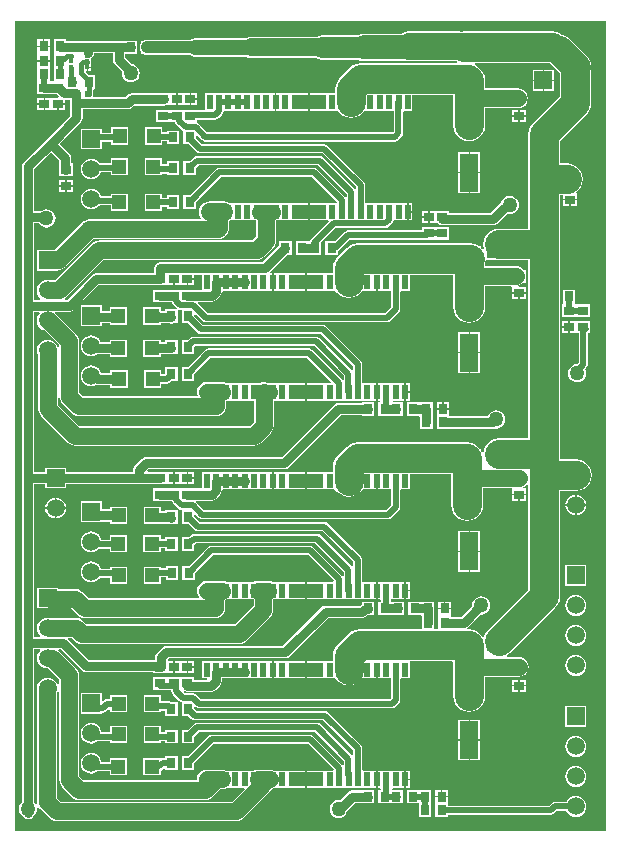
<source format=gtl>
G04*
G04 #@! TF.GenerationSoftware,Altium Limited,Altium Designer,20.2.4 (192)*
G04*
G04 Layer_Physical_Order=1*
G04 Layer_Color=255*
%FSLAX25Y25*%
%MOIN*%
G70*
G04*
G04 #@! TF.SameCoordinates,3D83C255-6E39-4F9F-9407-39FC17F4EAEB*
G04*
G04*
G04 #@! TF.FilePolarity,Positive*
G04*
G01*
G75*
%ADD13R,0.01968X0.04724*%
%ADD14R,0.11417X0.04724*%
%ADD15R,0.03150X0.03543*%
%ADD16R,0.03543X0.03150*%
%ADD17R,0.02362X0.01968*%
%ADD18R,0.01772X0.01181*%
%ADD19R,0.04724X0.04724*%
%ADD20R,0.04724X0.04724*%
%ADD21R,0.06299X0.12598*%
%ADD32C,0.02000*%
%ADD33C,0.09500*%
%ADD34C,0.05500*%
%ADD35C,0.03000*%
%ADD36C,0.01700*%
%ADD37C,0.05000*%
%ADD38C,0.06000*%
%ADD39C,0.09000*%
%ADD40C,0.08000*%
%ADD41C,0.07000*%
%ADD42C,0.04000*%
%ADD43C,0.05906*%
%ADD44R,0.05906X0.05906*%
%ADD45C,0.02362*%
%ADD46C,0.05000*%
G36*
X198587Y1413D02*
X1512Y1413D01*
Y271480D01*
X198587D01*
Y1413D01*
D02*
G37*
%LPC*%
G36*
X13230Y265165D02*
X11405D01*
Y263144D01*
X13230D01*
Y265165D01*
D02*
G37*
G36*
X10905D02*
X9081D01*
Y263144D01*
X10905D01*
Y265165D01*
D02*
G37*
G36*
X13230Y262644D02*
X11155D01*
X9081D01*
Y260772D01*
X9081Y260272D01*
X9081Y260122D01*
Y258250D01*
X11155D01*
X13230D01*
Y260122D01*
X13230Y260622D01*
X13230Y260772D01*
Y262644D01*
D02*
G37*
G36*
X27053Y255621D02*
X25917D01*
Y254781D01*
X27053D01*
Y255621D01*
D02*
G37*
G36*
X181165Y254953D02*
X177963D01*
Y251750D01*
X181165D01*
Y254953D01*
D02*
G37*
G36*
X177463D02*
X174260D01*
Y251750D01*
X177463D01*
Y254953D01*
D02*
G37*
G36*
X149559Y267937D02*
X133000D01*
X131695Y267765D01*
X130478Y267261D01*
X130189Y267039D01*
X118000D01*
X116825Y266884D01*
X115981Y266534D01*
X104000D01*
X102956Y266397D01*
X102070Y266030D01*
X80500D01*
X79586Y265910D01*
X78735Y265557D01*
X78694Y265526D01*
X61500D01*
X60717Y265423D01*
X59987Y265121D01*
X59894Y265049D01*
X45634D01*
X44658Y264855D01*
X44534Y264772D01*
X43559D01*
Y263895D01*
X43279Y263475D01*
X43085Y262500D01*
X43279Y261525D01*
X43559Y261105D01*
Y260228D01*
X44534D01*
X44658Y260145D01*
X45634Y259951D01*
X59894D01*
X59987Y259879D01*
X60717Y259577D01*
X61500Y259474D01*
X78694D01*
X78735Y259443D01*
X79586Y259090D01*
X80500Y258970D01*
X102070D01*
X102956Y258603D01*
X104000Y258466D01*
X115981D01*
X116825Y258116D01*
X118000Y257961D01*
X132160D01*
X133000Y257851D01*
X148788D01*
X148935Y257715D01*
X148739Y257215D01*
X116814D01*
X115443Y257034D01*
X114166Y256505D01*
X113069Y255664D01*
X109929Y252523D01*
X109087Y251427D01*
X108558Y250149D01*
X108378Y248779D01*
Y247169D01*
X106209D01*
X105890Y247169D01*
X105390Y247169D01*
X99750D01*
Y244307D01*
Y241445D01*
X105390D01*
X105709Y241445D01*
X106209Y241445D01*
X108858D01*
X108858Y241445D01*
X109321Y241355D01*
X109929Y240563D01*
X111026Y239721D01*
X112303Y239192D01*
X113673Y239012D01*
X115044Y239192D01*
X116321Y239721D01*
X117418Y240563D01*
X118003Y241326D01*
X118488Y241445D01*
Y241445D01*
X118488Y241445D01*
X121457D01*
Y241445D01*
X121638D01*
Y241445D01*
X122872D01*
Y244307D01*
X123372D01*
Y241445D01*
X124606D01*
Y241445D01*
X124787D01*
Y241445D01*
X127756D01*
X127876Y240995D01*
Y234482D01*
X127600Y234207D01*
X65680D01*
X62978Y236908D01*
X62482Y237240D01*
X62471Y237242D01*
X62272Y237669D01*
X62272Y237669D01*
X62272Y237669D01*
Y238471D01*
X68391D01*
X68977Y238587D01*
X69473Y238919D01*
X70644Y240090D01*
X70976Y240586D01*
X71062Y241020D01*
X71244Y241445D01*
X74213D01*
Y241445D01*
X74394D01*
Y241445D01*
X77362D01*
Y241445D01*
X77543D01*
Y241445D01*
X80193D01*
X80512Y241445D01*
X81012Y241445D01*
X83342D01*
X83661Y241445D01*
X84161Y241445D01*
X86492D01*
X86811Y241445D01*
X87311Y241445D01*
X88226D01*
Y244307D01*
Y247169D01*
X87311D01*
X86992Y247169D01*
X86492Y247169D01*
X84161D01*
X83842Y247169D01*
X83342Y247169D01*
X81012D01*
X80693Y247169D01*
X80193Y247169D01*
X77543D01*
Y247169D01*
X77362D01*
Y247169D01*
X74394D01*
Y247169D01*
X74213D01*
Y247169D01*
X71244D01*
Y247169D01*
X71063D01*
Y247169D01*
X68413D01*
X68094Y247169D01*
Y247169D01*
X67913D01*
Y247169D01*
X64945D01*
Y241529D01*
X62272D01*
Y241819D01*
X53228D01*
Y241819D01*
X48728D01*
Y237669D01*
X53272D01*
Y237669D01*
X54809D01*
X54859Y237419D01*
X55190Y236923D01*
X57368Y234745D01*
X57681Y234536D01*
Y230228D01*
X59668D01*
X62238Y227659D01*
X62734Y227327D01*
X63319Y227211D01*
X104091D01*
X115278Y216024D01*
Y215470D01*
X114778Y215319D01*
X114739Y215377D01*
X104231Y225885D01*
X103735Y226216D01*
X103150Y226332D01*
X62165D01*
X61580Y226216D01*
X61084Y225885D01*
X59865Y224665D01*
X57681D01*
Y220122D01*
X61831D01*
Y222306D01*
X62799Y223274D01*
X102516D01*
X112128Y213662D01*
Y212715D01*
X111628Y212563D01*
X111589Y212621D01*
X102262Y221948D01*
X101766Y222279D01*
X101181Y222395D01*
X69653D01*
X69068Y222279D01*
X68572Y221948D01*
X59865Y213240D01*
X57681D01*
Y208697D01*
X61831D01*
Y210880D01*
X70287Y219337D01*
X100548D01*
X108829Y211055D01*
X108622Y210555D01*
X106209D01*
X105890Y210555D01*
X105390Y210555D01*
X99750D01*
Y207693D01*
Y204831D01*
X105390D01*
X105951Y204831D01*
X106143Y204369D01*
X100281Y198507D01*
X99963Y198031D01*
X99500Y197941D01*
X99319Y197941D01*
Y197941D01*
X99000Y197941D01*
X95169D01*
Y193398D01*
X99319D01*
X99319Y193398D01*
X99500Y193398D01*
Y193398D01*
X99819Y193398D01*
X103650D01*
Y197550D01*
X108401Y202301D01*
X124994D01*
X125579Y202418D01*
X126075Y202749D01*
X127353Y204027D01*
X127638Y204454D01*
X127713Y204548D01*
X128035Y204831D01*
X128256Y204831D01*
X130587D01*
X130905Y204831D01*
X131405Y204831D01*
X132321D01*
Y207693D01*
Y210555D01*
X131405D01*
X131087Y210555D01*
X130587Y210555D01*
X128256D01*
X127937Y210555D01*
X127437Y210555D01*
X125106D01*
X124787Y210555D01*
Y210555D01*
X124606D01*
Y210555D01*
X123372D01*
Y207693D01*
X122872D01*
Y210555D01*
X121638D01*
Y210555D01*
X121457D01*
Y210555D01*
X118488D01*
X118336Y210992D01*
Y216657D01*
X118220Y217243D01*
X117888Y217739D01*
X105806Y229822D01*
X105310Y230153D01*
X104724Y230270D01*
X63952D01*
X61831Y232391D01*
Y233077D01*
X62293Y233268D01*
X63965Y231596D01*
X64461Y231264D01*
X65047Y231148D01*
X128234D01*
X128819Y231264D01*
X129315Y231596D01*
X130487Y232767D01*
X130818Y233263D01*
X130935Y233849D01*
Y241008D01*
X131087Y241445D01*
X134055D01*
Y246624D01*
X147705D01*
Y240469D01*
Y236500D01*
X147885Y235129D01*
X148414Y233852D01*
X149256Y232756D01*
X150352Y231914D01*
X151629Y231385D01*
X153000Y231205D01*
X154370Y231385D01*
X155648Y231914D01*
X156744Y232756D01*
X157586Y233852D01*
X158115Y235129D01*
X158295Y236500D01*
Y240469D01*
Y242301D01*
X169244D01*
X170092Y242412D01*
X170883Y242740D01*
X171376Y243118D01*
X171772D01*
Y243534D01*
X172083Y243940D01*
X172410Y244730D01*
X172522Y245579D01*
X172410Y246427D01*
X172083Y247218D01*
X171562Y247897D01*
X170883Y248418D01*
X170092Y248745D01*
X169244Y248857D01*
X158295D01*
Y251500D01*
X158115Y252870D01*
X157586Y254148D01*
X156744Y255244D01*
X156325Y255664D01*
X155228Y256505D01*
X154804Y256681D01*
X154903Y257181D01*
X155272D01*
Y257303D01*
X179622D01*
X183098Y253827D01*
Y246087D01*
X174256Y237244D01*
X173414Y236148D01*
X172885Y234871D01*
X172705Y233500D01*
Y202145D01*
X162875D01*
X161504Y201965D01*
X160227Y201436D01*
X159131Y200594D01*
X158289Y199498D01*
X157760Y198221D01*
X157580Y196850D01*
X157760Y195480D01*
X157317Y195242D01*
X156932Y195744D01*
X156819Y195831D01*
Y196272D01*
X156245D01*
X155835Y196586D01*
X154558Y197115D01*
X153188Y197295D01*
X115979D01*
X114608Y197115D01*
X113331Y196586D01*
X112234Y195744D01*
X109073Y192582D01*
X108231Y191486D01*
X107702Y190209D01*
X107522Y188838D01*
Y187163D01*
X105287D01*
X104969Y187163D01*
X104469Y187163D01*
X98829D01*
Y184301D01*
Y181439D01*
X104469D01*
X104787Y181439D01*
X105287Y181439D01*
X107937D01*
Y181439D01*
X108400Y181349D01*
X109008Y180557D01*
X110104Y179716D01*
X111381Y179186D01*
X112752Y179006D01*
X112817D01*
X114187Y179186D01*
X115465Y179716D01*
X116561Y180557D01*
X117127Y181294D01*
X117567Y181439D01*
X117567Y181439D01*
X120535D01*
Y181439D01*
X120717D01*
Y181439D01*
X121951D01*
Y184301D01*
X122451D01*
Y181439D01*
X123685D01*
Y181439D01*
X123866D01*
Y181439D01*
X126835D01*
X126955Y180989D01*
Y175968D01*
X124957Y173970D01*
X65810D01*
X62537Y177243D01*
X62729Y177705D01*
X67125D01*
X67906Y177860D01*
X68568Y178302D01*
X69934Y179669D01*
X70376Y180330D01*
X70531Y181111D01*
X70868Y181439D01*
X73291D01*
Y181439D01*
X73472D01*
Y181439D01*
X76441D01*
Y181439D01*
X76622D01*
Y181439D01*
X79272D01*
X79590Y181439D01*
Y181439D01*
X79772D01*
Y181439D01*
X82740D01*
Y181439D01*
X82921D01*
Y181439D01*
X85571D01*
X85890Y181439D01*
X86390Y181439D01*
X87305D01*
Y184301D01*
Y187163D01*
X86817D01*
X86610Y187663D01*
X92344Y193398D01*
X93807D01*
Y197941D01*
X89657D01*
Y196478D01*
X84075Y190895D01*
X50000D01*
X49220Y190740D01*
X48558Y190298D01*
X48116Y189637D01*
X47961Y188856D01*
Y187331D01*
X47728D01*
Y187295D01*
X28563D01*
X27783Y187140D01*
X27121Y186698D01*
X18915Y178492D01*
X18362D01*
X18192Y178992D01*
X18541Y179260D01*
X30885Y191604D01*
X82105D01*
X82529Y191660D01*
X82953Y191716D01*
X83744Y192043D01*
X84423Y192564D01*
X87645Y195786D01*
X88166Y196465D01*
X88493Y197255D01*
X88605Y198104D01*
Y204831D01*
X89642D01*
X89961Y204831D01*
Y204831D01*
X90142D01*
Y204831D01*
X92791D01*
X93110Y204831D01*
X93610Y204831D01*
X99250D01*
Y207693D01*
Y210555D01*
X93610D01*
X93291Y210555D01*
X92791Y210555D01*
X90142D01*
X90142Y210555D01*
X89961D01*
Y210555D01*
X89642Y210555D01*
X88429D01*
X88283Y210616D01*
X87500Y210719D01*
X83012D01*
X82229Y210616D01*
X82082Y210555D01*
X81012D01*
X80693Y210555D01*
Y210555D01*
X80512D01*
Y210555D01*
X77862D01*
X77543Y210555D01*
X77043Y210555D01*
X74394D01*
X74394Y210555D01*
X74213D01*
Y210555D01*
X73894Y210555D01*
X73413D01*
X73159Y210750D01*
X72307Y211103D01*
X71394Y211223D01*
X66429D01*
X65515Y211103D01*
X64664Y210750D01*
X63933Y210189D01*
X63372Y209458D01*
X63019Y208607D01*
X62899Y207693D01*
X63019Y206779D01*
X63372Y205928D01*
X63551Y205695D01*
X63329Y205246D01*
X26378D01*
X25954Y205191D01*
X25530Y205135D01*
X24739Y204807D01*
X24060Y204286D01*
X14754Y194981D01*
X13415D01*
X13202Y194953D01*
X8973D01*
Y188047D01*
X15878D01*
Y188425D01*
X16112D01*
X16536Y188481D01*
X16961Y188536D01*
X17751Y188864D01*
X18430Y189385D01*
X27736Y198690D01*
X69332D01*
X69756Y198746D01*
X70181Y198802D01*
X70971Y199130D01*
X71650Y199651D01*
X71897Y199897D01*
X72418Y200576D01*
X72745Y201367D01*
X72801Y201791D01*
X72857Y202215D01*
Y204511D01*
X73159Y204636D01*
X73413Y204831D01*
X73894D01*
X74213Y204831D01*
Y204831D01*
X74394D01*
X74394Y204831D01*
X77043D01*
X77362Y204831D01*
X77862Y204831D01*
X80512D01*
X80512Y204831D01*
X80693D01*
Y204831D01*
X81012Y204831D01*
X82049D01*
Y199461D01*
X80747Y198160D01*
X29528D01*
X29103Y198104D01*
X28679Y198048D01*
X27889Y197721D01*
X27210Y197200D01*
X14865Y184856D01*
X13347D01*
X13327Y184864D01*
X12425Y184983D01*
X11524Y184864D01*
X10684Y184516D01*
X9963Y183963D01*
X9409Y183241D01*
X9061Y182401D01*
X8943Y181500D01*
X9061Y180599D01*
X9409Y179759D01*
X9963Y179037D01*
X10069Y178956D01*
X10006Y178487D01*
X9950Y178417D01*
X7945D01*
Y203855D01*
X9571D01*
X9942Y203372D01*
X10569Y202891D01*
X11299Y202589D01*
X12082Y202486D01*
X12865Y202589D01*
X13595Y202891D01*
X14221Y203372D01*
X14702Y203999D01*
X15004Y204729D01*
X15108Y205512D01*
X15004Y206295D01*
X14702Y207025D01*
X14221Y207651D01*
X13595Y208132D01*
X12865Y208435D01*
X12082Y208538D01*
X11299Y208435D01*
X10569Y208132D01*
X10310Y207934D01*
X7945D01*
Y221990D01*
X13535Y227581D01*
X16189Y224927D01*
Y221831D01*
X16228Y221634D01*
Y219681D01*
X20772D01*
Y223831D01*
X20267D01*
Y225772D01*
X20112Y226552D01*
X19670Y227214D01*
X16419Y230465D01*
X23489Y237534D01*
X23931Y238196D01*
X24086Y238976D01*
Y241977D01*
X39285D01*
X40066Y242132D01*
X40727Y242574D01*
X41295Y243142D01*
X51272D01*
X51469Y243181D01*
X53272D01*
Y243181D01*
X55250D01*
Y245256D01*
Y247331D01*
X53228D01*
Y247331D01*
X48728D01*
Y247220D01*
X40451D01*
X39670Y247065D01*
X39009Y246623D01*
X38441Y246055D01*
X27650D01*
Y248484D01*
X28049Y248728D01*
X28331D01*
Y253272D01*
X26128D01*
X25118Y254281D01*
X25326Y254781D01*
X25417D01*
Y255871D01*
X25667D01*
Y256121D01*
X27053D01*
Y258950D01*
X27426Y259199D01*
X27868Y259861D01*
X28019Y260619D01*
X34181D01*
Y258415D01*
X34337Y257635D01*
X34779Y256973D01*
X37211Y254541D01*
X37132Y253937D01*
X37235Y253154D01*
X37537Y252424D01*
X38018Y251797D01*
X38644Y251316D01*
X39374Y251014D01*
X40157Y250911D01*
X40941Y251014D01*
X41670Y251316D01*
X42297Y251797D01*
X42778Y252424D01*
X43080Y253154D01*
X43183Y253937D01*
X43080Y254720D01*
X42778Y255450D01*
X42297Y256077D01*
X41670Y256557D01*
X40941Y256860D01*
X40617Y256902D01*
X38260Y259260D01*
Y260228D01*
X42197D01*
Y264772D01*
X38047D01*
Y264698D01*
X18742D01*
Y265165D01*
X14592D01*
Y260772D01*
X14592Y260622D01*
X14592D01*
Y260272D01*
X14592D01*
Y255728D01*
Y251228D01*
X14103Y251202D01*
X13719D01*
X13230Y251228D01*
Y255728D01*
Y257750D01*
X11155D01*
X9081D01*
Y255728D01*
Y251228D01*
X9081D01*
Y251202D01*
X9081D01*
Y249850D01*
X9051Y249702D01*
X9081Y249554D01*
Y247053D01*
X15240D01*
X16102Y246190D01*
X15895Y245690D01*
X11602D01*
Y243616D01*
Y241541D01*
X15602D01*
Y243616D01*
X15852D01*
Y243866D01*
X18124D01*
Y245151D01*
X20008D01*
Y239821D01*
X12094Y231907D01*
X4464Y224277D01*
X4022Y223615D01*
X3866Y222835D01*
Y207087D01*
Y205894D01*
Y176378D01*
X3992Y175745D01*
Y118898D01*
Y63953D01*
Y10975D01*
X3766Y10801D01*
X3285Y10174D01*
X2983Y9445D01*
X2880Y8661D01*
X2983Y7878D01*
X3285Y7148D01*
X3766Y6522D01*
X4393Y6041D01*
X4543Y5979D01*
X4590Y5909D01*
X5251Y5466D01*
X6032Y5311D01*
X6812Y5466D01*
X7473Y5909D01*
X7713Y6267D01*
X8045Y6522D01*
X8526Y7148D01*
X8828Y7878D01*
X8931Y8661D01*
X8828Y9445D01*
X8526Y10174D01*
X8071Y10768D01*
Y61914D01*
X9810D01*
X9837Y61833D01*
X9925Y61414D01*
X9409Y60741D01*
X9061Y59901D01*
X8943Y59000D01*
X9061Y58099D01*
X9409Y57259D01*
X9963Y56537D01*
X10684Y55984D01*
X11524Y55636D01*
X12425Y55518D01*
X12701Y55554D01*
X16407Y51847D01*
Y18182D01*
X16463Y17758D01*
X16519Y17334D01*
X16846Y16543D01*
X17367Y15865D01*
X20589Y12643D01*
X21268Y12122D01*
X22058Y11794D01*
X22907Y11683D01*
X65080D01*
X65504Y11738D01*
X65929Y11794D01*
X66719Y12122D01*
X67398Y12643D01*
X69401Y14645D01*
X69872Y15260D01*
X70500D01*
X71348Y15371D01*
X72083Y15676D01*
X72972D01*
X73291Y15676D01*
Y15676D01*
X73472D01*
Y15676D01*
X76122D01*
X76441Y15676D01*
X76941Y15676D01*
X77898D01*
X78089Y15214D01*
X74027Y11152D01*
X16784D01*
X15483Y12454D01*
Y47359D01*
X15789Y48099D01*
X15908Y49000D01*
X15789Y49901D01*
X15441Y50741D01*
X14888Y51463D01*
X14166Y52016D01*
X13327Y52364D01*
X12425Y52482D01*
X11524Y52364D01*
X10684Y52016D01*
X9963Y51463D01*
X9409Y50741D01*
X9061Y49901D01*
X8943Y49000D01*
X8956Y48896D01*
X8927Y48670D01*
Y11096D01*
X8982Y10672D01*
X9038Y10247D01*
X9366Y9457D01*
X9887Y8778D01*
X13109Y5556D01*
X13788Y5035D01*
X14578Y4708D01*
X15427Y4596D01*
X75385D01*
X75809Y4652D01*
X76234Y4708D01*
X77024Y5035D01*
X77703Y5556D01*
X86723Y14576D01*
X87244Y15255D01*
X87291Y15368D01*
X87319Y15371D01*
X88053Y15676D01*
X88721D01*
X89039Y15676D01*
Y15676D01*
X89220D01*
Y15676D01*
X91870D01*
X92189Y15676D01*
X92689Y15676D01*
X98329D01*
Y18538D01*
Y21400D01*
X92689D01*
X92370Y21400D01*
X91870Y21400D01*
X89220D01*
X89220Y21400D01*
X89039D01*
Y21400D01*
X88721Y21400D01*
X88053D01*
X87319Y21704D01*
X86471Y21816D01*
X82500D01*
X81652Y21704D01*
X80917Y21400D01*
X80090D01*
X79772Y21400D01*
Y21400D01*
X79590D01*
Y21400D01*
X76941D01*
X76622Y21400D01*
X76122Y21400D01*
X73472D01*
X73472Y21400D01*
X73291D01*
Y21400D01*
X72972Y21400D01*
X72083D01*
X71348Y21704D01*
X70500Y21816D01*
X65508D01*
X64660Y21704D01*
X63869Y21377D01*
X63190Y20856D01*
X62669Y20177D01*
X62341Y19386D01*
X62230Y18538D01*
X61967Y18239D01*
X24265D01*
X22963Y19540D01*
Y53205D01*
X22851Y54054D01*
X22524Y54844D01*
X22003Y55523D01*
X16286Y61240D01*
X16060Y61414D01*
X16230Y61914D01*
X16699D01*
X23755Y54857D01*
X24417Y54415D01*
X25197Y54260D01*
X47728D01*
Y53969D01*
X54250D01*
Y56043D01*
Y58118D01*
X52715D01*
X52507Y58618D01*
X52874Y58984D01*
X91732D01*
X92513Y59140D01*
X93174Y59582D01*
X105963Y72370D01*
X117412D01*
X118192Y72526D01*
X118854Y72967D01*
X119076Y73189D01*
X119169D01*
X119366Y73228D01*
X121319D01*
Y77772D01*
X117169D01*
Y76924D01*
X116789Y76670D01*
X116567Y76449D01*
X105118D01*
X104338Y76293D01*
X103676Y75851D01*
X90888Y63063D01*
X52029D01*
X51249Y62908D01*
X50587Y62466D01*
X48830Y60708D01*
X48388Y60047D01*
X48232Y59266D01*
Y58338D01*
X26041D01*
X19158Y65222D01*
X19365Y65722D01*
X20587D01*
X21698Y64611D01*
X22377Y64090D01*
X23167Y63763D01*
X24016Y63651D01*
X76212D01*
X76636Y63707D01*
X77060Y63763D01*
X77851Y64090D01*
X78530Y64611D01*
X86723Y72805D01*
X87244Y73484D01*
X87572Y74275D01*
X87628Y74699D01*
X87684Y75123D01*
Y78607D01*
X88721D01*
X89039Y78607D01*
Y78606D01*
X89220D01*
Y78607D01*
X91870D01*
X92189Y78607D01*
X92689Y78607D01*
X98329D01*
Y81469D01*
Y84331D01*
X92689D01*
X92370Y84331D01*
X91870Y84331D01*
X89220D01*
X89220Y84331D01*
X89039D01*
Y84331D01*
X88721Y84331D01*
X87583D01*
X86848Y84635D01*
X86000Y84747D01*
X82500D01*
X81652Y84635D01*
X80917Y84331D01*
X80090D01*
X79772Y84331D01*
Y84331D01*
X79590D01*
Y84331D01*
X76941D01*
X76622Y84331D01*
X76122Y84331D01*
X73472D01*
X73472Y84331D01*
X73291D01*
Y84331D01*
X72972Y84331D01*
X72305D01*
X71571Y84635D01*
X70722Y84747D01*
X65508D01*
X64660Y84635D01*
X63869Y84308D01*
X63190Y83787D01*
X62669Y83108D01*
X62341Y82317D01*
X62230Y81469D01*
X62341Y80620D01*
X62669Y79830D01*
X63023Y79369D01*
X62776Y78869D01*
X26161D01*
X23914Y81115D01*
X23235Y81636D01*
X22445Y81964D01*
X22021Y82019D01*
X21597Y82075D01*
X15878D01*
Y82453D01*
X8973D01*
Y75547D01*
X13202D01*
X13415Y75519D01*
X20239D01*
X22485Y73273D01*
X23164Y72752D01*
X23955Y72424D01*
X24803Y72312D01*
X68257D01*
X68681Y72368D01*
X69106Y72424D01*
X69896Y72752D01*
X70575Y73273D01*
X70582Y73279D01*
X71103Y73958D01*
X71430Y74749D01*
X71542Y75597D01*
Y78299D01*
X71571Y78302D01*
X72305Y78607D01*
X72972D01*
X73291Y78607D01*
Y78606D01*
X73472D01*
Y78607D01*
X76122D01*
X76441Y78607D01*
X76941Y78607D01*
X79590D01*
X79590Y78606D01*
X79772D01*
Y78607D01*
X80090Y78607D01*
X80917D01*
X81128Y78519D01*
Y76481D01*
X74854Y70207D01*
X25374D01*
X24263Y71318D01*
X23584Y71839D01*
X22793Y72166D01*
X22369Y72222D01*
X21945Y72278D01*
X13534D01*
X13327Y72364D01*
X12425Y72483D01*
X11524Y72364D01*
X10684Y72016D01*
X9963Y71463D01*
X9409Y70741D01*
X9061Y69901D01*
X8943Y69000D01*
X9061Y68099D01*
X9409Y67259D01*
X9963Y66537D01*
X10057Y66465D01*
X9896Y65992D01*
X8071D01*
Y116961D01*
X11654D01*
Y115547D01*
X18559D01*
Y116961D01*
X47728D01*
Y116925D01*
X54250D01*
Y119000D01*
Y121075D01*
X47728D01*
Y121039D01*
X45836D01*
X45645Y121501D01*
X46120Y121977D01*
X91339D01*
X92119Y122132D01*
X92781Y122574D01*
X110168Y139961D01*
X117169D01*
Y139728D01*
X121319D01*
Y144272D01*
X117169D01*
Y144039D01*
X109323D01*
X108543Y143884D01*
X107881Y143442D01*
X90494Y126055D01*
X45276D01*
X44495Y125900D01*
X43834Y125458D01*
X41558Y123182D01*
X41116Y122520D01*
X40961Y121740D01*
Y121039D01*
X18559D01*
Y122453D01*
X11654D01*
Y121039D01*
X8071D01*
Y174339D01*
X9646D01*
X9723Y174248D01*
X9868Y173839D01*
X9409Y173241D01*
X9061Y172401D01*
X8943Y171500D01*
X9061Y170599D01*
X9409Y169759D01*
X9963Y169037D01*
X10684Y168484D01*
X11449Y168167D01*
X16407Y163209D01*
Y146135D01*
X16463Y145711D01*
X16519Y145287D01*
X16846Y144496D01*
X17367Y143817D01*
X20589Y140595D01*
X21268Y140075D01*
X22058Y139747D01*
X22907Y139635D01*
X68504D01*
X68928Y139691D01*
X69352Y139747D01*
X70143Y140075D01*
X70822Y140595D01*
X70975Y140749D01*
X71496Y141428D01*
X71824Y142218D01*
X71935Y143067D01*
Y144775D01*
X72055Y144825D01*
X72972D01*
X73291Y144825D01*
Y144825D01*
X73472D01*
Y144825D01*
X76122D01*
X76441Y144825D01*
X76941Y144825D01*
X79590D01*
X79590Y144825D01*
X79772D01*
Y144825D01*
X80090Y144825D01*
X81222D01*
Y137651D01*
X79920Y136349D01*
X23011D01*
X15877Y143484D01*
Y160776D01*
X15845Y161019D01*
X15908Y161500D01*
X15789Y162401D01*
X15441Y163241D01*
X14888Y163962D01*
X14166Y164516D01*
X13327Y164864D01*
X12425Y164982D01*
X11524Y164864D01*
X10684Y164516D01*
X9963Y163962D01*
X9409Y163241D01*
X9061Y162401D01*
X8943Y161500D01*
X9061Y160599D01*
X9320Y159973D01*
Y142126D01*
X9376Y141702D01*
X9432Y141278D01*
X9760Y140487D01*
X10281Y139808D01*
X19336Y130753D01*
X20015Y130232D01*
X20805Y129904D01*
X21654Y129793D01*
X81278D01*
X81702Y129849D01*
X82127Y129904D01*
X82917Y130232D01*
X83596Y130753D01*
X86818Y133975D01*
X87339Y134654D01*
X87666Y135444D01*
X87778Y136293D01*
Y144825D01*
X88721D01*
X89039Y144825D01*
Y144825D01*
X89220D01*
Y144825D01*
X91870D01*
X92189Y144825D01*
X92689Y144825D01*
X98329D01*
Y147687D01*
Y150549D01*
X92689D01*
X92370Y150549D01*
X91870Y150549D01*
X89220D01*
X89220Y150549D01*
X89039D01*
Y150549D01*
X88721Y150549D01*
X87650D01*
X87504Y150610D01*
X86721Y150713D01*
X85688D01*
X85348Y150854D01*
X84500Y150965D01*
X83652Y150854D01*
X83312Y150713D01*
X82500D01*
X81717Y150610D01*
X81571Y150549D01*
X80090D01*
X79772Y150549D01*
Y150549D01*
X79590D01*
Y150549D01*
X76941D01*
X76622Y150549D01*
X76122Y150549D01*
X73472D01*
X73472Y150549D01*
X73291D01*
Y150549D01*
X72972Y150549D01*
X72055D01*
X71321Y150854D01*
X70472Y150965D01*
X65508D01*
X64660Y150854D01*
X63869Y150526D01*
X63190Y150005D01*
X62669Y149326D01*
X62341Y148536D01*
X62230Y147687D01*
X62341Y146839D01*
X62437Y146607D01*
X62160Y146191D01*
X24265D01*
X22963Y147493D01*
Y164567D01*
X22851Y165415D01*
X22524Y166206D01*
X22003Y166885D01*
X15147Y173740D01*
X14930Y173907D01*
X14925Y173914D01*
X15013Y174333D01*
X15041Y174414D01*
X19760D01*
X20540Y174569D01*
X21202Y175011D01*
X29408Y183217D01*
X47728D01*
Y183181D01*
X52272D01*
Y183181D01*
X54250D01*
Y185256D01*
X54750D01*
Y183181D01*
X58750D01*
Y185256D01*
X59000D01*
Y185506D01*
X61272D01*
Y186817D01*
X64024D01*
Y181783D01*
X61272D01*
Y181819D01*
X52228D01*
Y181819D01*
X47728D01*
Y177669D01*
X52272D01*
Y177669D01*
X53832D01*
X53887Y177391D01*
X54219Y176895D01*
X55448Y175665D01*
X55381Y175360D01*
X55258Y175165D01*
X51669D01*
Y174638D01*
X50111D01*
X50098Y174657D01*
Y175854D01*
X44374D01*
Y170130D01*
X50098D01*
Y170559D01*
X53249D01*
X53744Y170461D01*
X54524Y170616D01*
X54533Y170622D01*
X55819D01*
Y174826D01*
X55827Y174842D01*
X56305Y175200D01*
X56607Y175140D01*
X57181D01*
Y170622D01*
X59365D01*
X62564Y167422D01*
X63060Y167091D01*
X63646Y166974D01*
X103697D01*
X114356Y156315D01*
Y154974D01*
X113856Y154823D01*
X113818Y154881D01*
X103050Y165648D01*
X102554Y165980D01*
X101969Y166096D01*
X60945D01*
X60360Y165980D01*
X59863Y165648D01*
X59168Y164953D01*
X57181D01*
Y160409D01*
X61331D01*
Y162790D01*
X61578Y163038D01*
X101335D01*
X111207Y153166D01*
Y151756D01*
X110707Y151605D01*
X110530Y151869D01*
X100688Y161711D01*
X100192Y162043D01*
X99606Y162159D01*
X66071D01*
X65486Y162043D01*
X64989Y161711D01*
X59168Y155890D01*
X57181D01*
Y151347D01*
X61331D01*
Y153727D01*
X66704Y159100D01*
X98973D01*
X107062Y151011D01*
X106871Y150549D01*
X105287D01*
X104969Y150549D01*
X104469Y150549D01*
X98829D01*
Y147687D01*
Y144825D01*
X104469D01*
X104787Y144825D01*
X105287Y144825D01*
X107937D01*
X107937Y144825D01*
X108118D01*
Y144825D01*
X108437Y144825D01*
X110768D01*
X111087Y144825D01*
X111587Y144825D01*
X113917D01*
X114236Y144825D01*
X114736Y144825D01*
X117067D01*
X117386Y144825D01*
X117886Y144825D01*
X120217D01*
X120535Y144825D01*
X121035Y144825D01*
X121951D01*
Y147687D01*
Y150549D01*
X121035D01*
X120717Y150549D01*
X120217Y150549D01*
X117567Y150549D01*
X117415Y150987D01*
Y156949D01*
X117299Y157534D01*
X116967Y158030D01*
X105412Y169585D01*
X104916Y169917D01*
X104331Y170033D01*
X64279D01*
X61331Y172982D01*
Y173470D01*
X61793Y173662D01*
X64095Y171360D01*
X64591Y171028D01*
X65176Y170912D01*
X125591D01*
X126176Y171028D01*
X126672Y171360D01*
X129566Y174253D01*
X129897Y174749D01*
X130014Y175335D01*
Y181002D01*
X130165Y181439D01*
X133134D01*
Y186705D01*
X147705D01*
Y180463D01*
Y176000D01*
X147885Y174629D01*
X148414Y173352D01*
X149256Y172256D01*
X150352Y171414D01*
X151629Y170885D01*
X153000Y170705D01*
X154370Y170885D01*
X155648Y171414D01*
X156744Y172256D01*
X157586Y173352D01*
X158115Y174629D01*
X158295Y176000D01*
Y180463D01*
Y183123D01*
X166920D01*
X167228Y182750D01*
X167228Y182623D01*
Y180925D01*
X169500D01*
X171772D01*
Y182750D01*
X169438D01*
X169352Y183234D01*
X170143Y183562D01*
X170822Y184083D01*
X170845Y184112D01*
X171772D01*
Y186322D01*
X171782Y186401D01*
X171772Y186479D01*
Y188262D01*
X171172D01*
X170822Y188719D01*
X170143Y189240D01*
X169352Y189567D01*
X168504Y189679D01*
X158295D01*
Y190612D01*
X158302Y190629D01*
X158447Y191728D01*
X161557D01*
X162875Y191555D01*
X172705D01*
Y132264D01*
X163000D01*
X161629Y132084D01*
X160352Y131555D01*
X159256Y130713D01*
X158414Y129616D01*
X157885Y128339D01*
X157776Y127512D01*
X157263Y127444D01*
X156891Y128343D01*
X156819Y128436D01*
Y128772D01*
X156562D01*
X156049Y129439D01*
X154953Y130281D01*
X153675Y130810D01*
X152305Y130991D01*
X115892D01*
X114522Y130810D01*
X113245Y130281D01*
X112148Y129439D01*
X109073Y126364D01*
X108231Y125267D01*
X107702Y123990D01*
X107522Y122620D01*
Y120945D01*
X105287D01*
X104969Y120945D01*
X104469Y120945D01*
X98829D01*
Y118083D01*
Y115221D01*
X104469D01*
X104787Y115221D01*
X105287Y115221D01*
X107937D01*
X107937Y115221D01*
X108400Y115131D01*
X109008Y114339D01*
X110104Y113497D01*
X111381Y112968D01*
X112752Y112788D01*
X114122Y112968D01*
X115400Y113497D01*
X116496Y114339D01*
X116561Y114404D01*
X117110Y115118D01*
X117567Y115221D01*
X117567Y115221D01*
X120535D01*
Y115221D01*
X120717D01*
Y115221D01*
X121951D01*
Y118083D01*
X122451D01*
Y115221D01*
X123685D01*
Y115221D01*
X123866D01*
Y115221D01*
X126835D01*
X126955Y114770D01*
Y109826D01*
X125351Y108222D01*
X64664D01*
X61963Y110924D01*
X61925Y110949D01*
X62077Y111449D01*
X67088D01*
X67868Y111604D01*
X68530Y112046D01*
X69934Y113450D01*
X69934Y113450D01*
X70376Y114112D01*
X70531Y114892D01*
X70868Y115221D01*
X73291D01*
Y115221D01*
X73472D01*
Y115221D01*
X76441D01*
Y115221D01*
X76622D01*
Y115221D01*
X79272D01*
X79590Y115221D01*
Y115221D01*
X79772D01*
Y115221D01*
X82421D01*
X82740Y115221D01*
X83240Y115221D01*
X85571D01*
X85890Y115221D01*
X86390Y115221D01*
X87305D01*
Y118083D01*
Y120945D01*
X86390D01*
X86071Y120945D01*
X85571Y120945D01*
X83240D01*
X82921Y120945D01*
X82421Y120945D01*
X79772D01*
X79772Y120945D01*
X79590D01*
Y120945D01*
X79272Y120945D01*
X76622D01*
Y120945D01*
X76441D01*
Y120945D01*
X73472D01*
Y120945D01*
X73291D01*
Y120945D01*
X70323D01*
Y120945D01*
X70142D01*
Y120945D01*
X67492D01*
X67173Y120945D01*
Y120945D01*
X66992D01*
Y120945D01*
X64024D01*
Y115527D01*
X61272D01*
Y115563D01*
X47728D01*
Y111413D01*
X53809D01*
X53859Y111163D01*
X54190Y110667D01*
X56097Y108761D01*
X56593Y108430D01*
X56735Y108401D01*
X57181Y108272D01*
Y103728D01*
X59365D01*
X61419Y101674D01*
X61915Y101343D01*
X62500Y101226D01*
X104091D01*
X114356Y90961D01*
Y89620D01*
X113856Y89468D01*
X113818Y89526D01*
X103444Y99900D01*
X102947Y100232D01*
X102362Y100348D01*
X61396D01*
X60811Y100232D01*
X60315Y99900D01*
X59780Y99366D01*
X59683Y99347D01*
X57181D01*
Y94803D01*
X61331D01*
Y96649D01*
X61505Y96765D01*
X62029Y97290D01*
X101729D01*
X111207Y87811D01*
Y86470D01*
X110707Y86319D01*
X110668Y86377D01*
X101081Y95963D01*
X100585Y96295D01*
X100000Y96411D01*
X66929D01*
X66344Y96295D01*
X65848Y95963D01*
X59558Y89673D01*
X57374D01*
Y85130D01*
X61524D01*
Y87313D01*
X67563Y93353D01*
X99366D01*
X107888Y84831D01*
X107681Y84331D01*
X107557Y84331D01*
X105287D01*
X104969Y84331D01*
X104469Y84331D01*
X98829D01*
Y81469D01*
Y78607D01*
X104469D01*
X104787Y78607D01*
X105287Y78607D01*
X107618D01*
X107937Y78607D01*
X108437Y78607D01*
X110768D01*
X111087Y78607D01*
X111587Y78607D01*
X113917D01*
X114236Y78607D01*
X114736Y78607D01*
X117067D01*
X117386Y78607D01*
X117886Y78607D01*
X120217D01*
X120535Y78607D01*
X121035Y78607D01*
X121951D01*
Y81469D01*
Y84331D01*
X121035D01*
X120717Y84331D01*
X120217Y84331D01*
X117567Y84331D01*
X117415Y84768D01*
Y91594D01*
X117299Y92180D01*
X116967Y92676D01*
X105806Y103837D01*
X105310Y104169D01*
X104724Y104285D01*
X63134D01*
X61331Y106088D01*
Y106577D01*
X61793Y106768D01*
X62949Y105612D01*
X63446Y105280D01*
X64031Y105164D01*
X125984D01*
X126569Y105280D01*
X127066Y105612D01*
X129566Y108112D01*
X129897Y108608D01*
X130014Y109193D01*
Y114784D01*
X130165Y115221D01*
X133134D01*
Y120400D01*
X147010D01*
Y118969D01*
Y114244D01*
Y110000D01*
X147190Y108630D01*
X147719Y107352D01*
X148561Y106256D01*
X149657Y105414D01*
X150934Y104885D01*
X152305Y104705D01*
X153675Y104885D01*
X154953Y105414D01*
X156049Y106256D01*
X156891Y107352D01*
X157420Y108630D01*
X157600Y110000D01*
Y115691D01*
X166794D01*
X167228Y115532D01*
X167228Y115191D01*
Y113707D01*
X169500D01*
X171772D01*
Y115532D01*
X171002D01*
X170902Y116032D01*
X171139Y116130D01*
X171818Y116651D01*
X172205Y117155D01*
X172705Y116985D01*
Y81693D01*
X159256Y68244D01*
X158414Y67148D01*
X158008Y66167D01*
X157991Y66157D01*
X157446Y66117D01*
X156744Y67032D01*
X155648Y67873D01*
X154370Y68402D01*
X153000Y68583D01*
X152496D01*
X152344Y69083D01*
X152714Y69330D01*
X156875Y73491D01*
X157000Y73474D01*
X157783Y73577D01*
X158513Y73879D01*
X159140Y74360D01*
X159620Y74987D01*
X159923Y75717D01*
X160026Y76500D01*
X159923Y77283D01*
X159620Y78013D01*
X159140Y78640D01*
X158513Y79120D01*
X157783Y79423D01*
X157000Y79526D01*
X156217Y79423D01*
X155487Y79120D01*
X154860Y78640D01*
X154379Y78013D01*
X154077Y77283D01*
X153974Y76500D01*
X153991Y76375D01*
X150427Y72811D01*
X147030D01*
X146831Y73228D01*
X146831Y73311D01*
Y75250D01*
X144756D01*
X142681D01*
Y73272D01*
X142681Y73228D01*
X142681Y72772D01*
X142681Y72728D01*
Y68583D01*
X141319D01*
Y72728D01*
X141319Y72772D01*
X141319Y72772D01*
X141319Y73228D01*
X141319D01*
X141319Y73272D01*
Y77772D01*
X137169D01*
Y77772D01*
X136831D01*
Y77772D01*
X132681D01*
Y73228D01*
X136783D01*
X137169Y72869D01*
X137169Y72772D01*
X137169D01*
Y68583D01*
X116416D01*
X115045Y68402D01*
X113768Y67873D01*
X112671Y67032D01*
X109008Y63368D01*
X108166Y62271D01*
X107637Y60994D01*
X107457Y59624D01*
Y58014D01*
X105287D01*
X104969Y58014D01*
X104469Y58014D01*
X98829D01*
Y55152D01*
Y52290D01*
X104469D01*
X104787Y52290D01*
X105287Y52290D01*
X107937D01*
X107937Y52290D01*
X108400Y52200D01*
X109008Y51408D01*
X110104Y50566D01*
X111381Y50037D01*
X112752Y49857D01*
X114122Y50037D01*
X115400Y50566D01*
X116496Y51408D01*
X117082Y52171D01*
X117567Y52290D01*
Y52290D01*
X117567Y52290D01*
X120535D01*
Y52290D01*
X120717D01*
Y52290D01*
X121951D01*
Y55152D01*
X122451D01*
Y52290D01*
X123685D01*
Y52290D01*
X123866D01*
Y52290D01*
X126835D01*
X126955Y51840D01*
Y45506D01*
X126679Y45230D01*
X63656D01*
X62136Y46751D01*
X61640Y47082D01*
X61054Y47199D01*
X58114D01*
X57720Y47593D01*
X58039Y47981D01*
X58220Y47860D01*
X59000Y47705D01*
X67062D01*
X67843Y47860D01*
X68504Y48302D01*
X69934Y49732D01*
X70376Y50394D01*
X70531Y51174D01*
Y52290D01*
X72972D01*
X73291Y52290D01*
X73291Y52290D01*
X73472D01*
Y52290D01*
X73791Y52290D01*
X76122D01*
X76441Y52290D01*
X76441Y52290D01*
X76622D01*
Y52290D01*
X76941Y52290D01*
X79272D01*
X79590Y52290D01*
Y52290D01*
X79772D01*
X79772Y52290D01*
X82421D01*
X82740Y52290D01*
X83240Y52290D01*
X85571D01*
X85890Y52290D01*
X86390Y52290D01*
X87305D01*
Y55152D01*
Y58014D01*
X86390D01*
X86071Y58014D01*
X85571Y58014D01*
X83240D01*
X82921Y58014D01*
X82421Y58014D01*
X79772D01*
X79772Y58014D01*
X79590D01*
Y58014D01*
X79272Y58014D01*
X76622D01*
Y58014D01*
X76441D01*
Y58014D01*
X73472D01*
Y58014D01*
X73291D01*
Y58014D01*
X70323D01*
Y58014D01*
X70142D01*
Y58014D01*
X67492D01*
X67173Y58014D01*
Y58014D01*
X66992D01*
Y58014D01*
X64024D01*
Y52290D01*
X65423D01*
X65690Y51790D01*
X65686Y51783D01*
X61272D01*
Y52606D01*
X47728D01*
Y48457D01*
X49227D01*
X49415Y48331D01*
X50000Y48215D01*
X53742D01*
Y47878D01*
X53859Y47293D01*
X54190Y46797D01*
X56399Y44588D01*
X56895Y44256D01*
X57181Y44199D01*
Y39728D01*
X59365D01*
X60411Y38682D01*
X60907Y38351D01*
X61492Y38234D01*
X104347D01*
X114356Y28225D01*
Y26628D01*
X113856Y26476D01*
X113818Y26534D01*
X103444Y36908D01*
X102947Y37240D01*
X102362Y37356D01*
X62295D01*
X61710Y37240D01*
X61214Y36908D01*
X59365Y35059D01*
X57181D01*
Y30516D01*
X61331D01*
Y32699D01*
X62929Y34297D01*
X101729D01*
X111207Y24819D01*
Y23478D01*
X110707Y23327D01*
X110668Y23385D01*
X101081Y32971D01*
X100585Y33303D01*
X100000Y33419D01*
X67134D01*
X66549Y33303D01*
X66052Y32971D01*
X59365Y26283D01*
X57181D01*
Y21740D01*
X61331D01*
Y23924D01*
X67767Y30360D01*
X99366D01*
X107827Y21900D01*
X107620Y21400D01*
X105287D01*
X104969Y21400D01*
X104469Y21400D01*
X98829D01*
Y18538D01*
Y15676D01*
X104469D01*
X104787Y15676D01*
X105287Y15676D01*
X107618D01*
X107937Y15676D01*
X108437Y15676D01*
X110768D01*
X111087Y15676D01*
X111587Y15676D01*
X113917D01*
X114236Y15676D01*
X114736Y15676D01*
X117067D01*
X117386Y15676D01*
X117886Y15676D01*
X120217D01*
X120535Y15676D01*
X121035Y15676D01*
X121951D01*
Y18538D01*
Y21400D01*
X121035D01*
X120717Y21400D01*
X120217Y21400D01*
X117567Y21400D01*
X117415Y21837D01*
Y28858D01*
X117299Y29443D01*
X116967Y29940D01*
X106062Y40845D01*
X105566Y41177D01*
X104980Y41293D01*
X62126D01*
X61331Y42088D01*
Y42577D01*
X61793Y42768D01*
X61941Y42619D01*
X62438Y42288D01*
X63023Y42171D01*
X127313D01*
X127898Y42288D01*
X128394Y42619D01*
X129566Y43791D01*
X129897Y44287D01*
X130014Y44872D01*
Y51853D01*
X130165Y52290D01*
X133134D01*
Y57992D01*
X147280D01*
X147705Y57500D01*
Y51319D01*
Y46287D01*
X147885Y44917D01*
X148414Y43640D01*
X149256Y42543D01*
X150352Y41701D01*
X151629Y41173D01*
X153000Y40992D01*
X154370Y41173D01*
X155648Y41701D01*
X156744Y42543D01*
X157586Y43640D01*
X158115Y44917D01*
X158295Y46287D01*
Y51319D01*
Y52765D01*
X169500D01*
X170348Y52877D01*
X171083Y53181D01*
X171772D01*
Y53690D01*
X171818Y53725D01*
X172339Y54404D01*
X172666Y55195D01*
X172778Y56043D01*
X172666Y56892D01*
X172339Y57682D01*
X171818Y58361D01*
X171139Y58882D01*
X170348Y59210D01*
X169500Y59321D01*
X165523D01*
X165424Y59821D01*
X165648Y59914D01*
X166744Y60756D01*
X181744Y75756D01*
X182586Y76852D01*
X183115Y78130D01*
X183295Y79500D01*
Y114705D01*
X188500D01*
X189871Y114885D01*
X191148Y115414D01*
X192244Y116256D01*
X193086Y117352D01*
X193615Y118630D01*
X193795Y120000D01*
X193615Y121370D01*
X193086Y122648D01*
X192244Y123744D01*
X191148Y124586D01*
X189871Y125115D01*
X188500Y125295D01*
X183295D01*
Y126969D01*
Y194488D01*
Y213274D01*
X184228D01*
Y211994D01*
X188772D01*
Y213819D01*
X188755D01*
X188585Y214319D01*
X189244Y214825D01*
X190086Y215921D01*
X190615Y217198D01*
X190795Y218569D01*
X190615Y219939D01*
X190086Y221217D01*
X189244Y222313D01*
X188148Y223155D01*
X186871Y223684D01*
X185500Y223864D01*
X183295D01*
Y231307D01*
X192138Y240149D01*
X192980Y241246D01*
X193509Y242523D01*
X193689Y243894D01*
Y255799D01*
X193715Y255995D01*
X193534Y257365D01*
X193005Y258642D01*
X192164Y259739D01*
X186599Y265304D01*
X185502Y266145D01*
X184225Y266674D01*
X183786Y266732D01*
X183197Y267184D01*
X181920Y267713D01*
X180549Y267894D01*
X151181D01*
X150534Y267809D01*
X149559Y267937D01*
D02*
G37*
G36*
X181165Y251250D02*
X177963D01*
Y248047D01*
X181165D01*
Y251250D01*
D02*
G37*
G36*
X177463D02*
X174260D01*
Y248047D01*
X177463D01*
Y251250D01*
D02*
G37*
G36*
X93291Y247169D02*
X92791Y247169D01*
X90461D01*
X90142Y247169D01*
X89642Y247169D01*
X88726D01*
Y244307D01*
Y241445D01*
X89642D01*
X89961Y241445D01*
X90461Y241445D01*
X92791D01*
X93110Y241445D01*
X93610Y241445D01*
X99250D01*
Y244307D01*
Y247169D01*
X93610D01*
X93291Y247169D01*
D02*
G37*
G36*
X62272Y247331D02*
X60250D01*
Y245506D01*
X62272D01*
Y247331D01*
D02*
G37*
G36*
X11102Y245690D02*
X9081D01*
Y243866D01*
X11102D01*
Y245690D01*
D02*
G37*
G36*
X62272Y245006D02*
X60250D01*
Y243181D01*
X62272D01*
Y245006D01*
D02*
G37*
G36*
X59750Y247331D02*
X55750D01*
Y245256D01*
Y243181D01*
X59750D01*
Y245256D01*
Y247331D01*
D02*
G37*
G36*
X18124Y243366D02*
X16102D01*
Y241541D01*
X18124D01*
Y243366D01*
D02*
G37*
G36*
X11102D02*
X9081D01*
Y241541D01*
X11102D01*
Y243366D01*
D02*
G37*
G36*
X171772Y241756D02*
X169750D01*
Y239931D01*
X171772D01*
Y241756D01*
D02*
G37*
G36*
X169250D02*
X167228D01*
Y239931D01*
X169250D01*
Y241756D01*
D02*
G37*
G36*
X171772Y239431D02*
X169750D01*
Y237606D01*
X171772D01*
Y239431D01*
D02*
G37*
G36*
X169250D02*
X167228D01*
Y237606D01*
X169250D01*
Y239431D01*
D02*
G37*
G36*
X39362Y235862D02*
X33638D01*
Y234029D01*
X30453D01*
Y235453D01*
X23547D01*
Y228547D01*
X30453D01*
Y230971D01*
X33638D01*
Y230138D01*
X39362D01*
Y235862D01*
D02*
G37*
G36*
X50622D02*
X44898D01*
Y230138D01*
X50622D01*
Y231221D01*
X52169D01*
Y230228D01*
X56319D01*
Y234772D01*
X52169D01*
Y234279D01*
X50622D01*
Y235862D01*
D02*
G37*
G36*
X39232Y225618D02*
X33508D01*
Y223907D01*
X29888D01*
X29463Y224463D01*
X28741Y225016D01*
X27901Y225364D01*
X27000Y225483D01*
X26099Y225364D01*
X25259Y225016D01*
X24538Y224463D01*
X23984Y223741D01*
X23636Y222901D01*
X23517Y222000D01*
X23636Y221099D01*
X23984Y220259D01*
X24538Y219537D01*
X25259Y218984D01*
X26099Y218636D01*
X27000Y218517D01*
X27901Y218636D01*
X28741Y218984D01*
X29463Y219537D01*
X30016Y220259D01*
X30260Y220849D01*
X33508D01*
Y219894D01*
X39232D01*
Y225618D01*
D02*
G37*
G36*
X156650Y227583D02*
X153250D01*
Y221034D01*
X156650D01*
Y227583D01*
D02*
G37*
G36*
X152750D02*
X149350D01*
Y221034D01*
X152750D01*
Y227583D01*
D02*
G37*
G36*
X50492Y225618D02*
X44768D01*
Y219894D01*
X50492D01*
Y220471D01*
X52169D01*
Y220122D01*
X56319D01*
Y224665D01*
X52169D01*
Y223529D01*
X50492D01*
Y225618D01*
D02*
G37*
G36*
X20772Y218319D02*
X18750D01*
Y216494D01*
X20772D01*
Y218319D01*
D02*
G37*
G36*
X18250D02*
X16228D01*
Y216494D01*
X18250D01*
Y218319D01*
D02*
G37*
G36*
X20772Y215994D02*
X18750D01*
Y214169D01*
X20772D01*
Y215994D01*
D02*
G37*
G36*
X18250D02*
X16228D01*
Y214169D01*
X18250D01*
Y215994D01*
D02*
G37*
G36*
X156650Y220533D02*
X153250D01*
Y213984D01*
X156650D01*
Y220533D01*
D02*
G37*
G36*
X152750D02*
X149350D01*
Y213984D01*
X152750D01*
Y220533D01*
D02*
G37*
G36*
X188772Y211494D02*
X186750D01*
Y209669D01*
X188772D01*
Y211494D01*
D02*
G37*
G36*
X186250D02*
X184228D01*
Y209669D01*
X186250D01*
Y211494D01*
D02*
G37*
G36*
X50492Y213799D02*
X44768D01*
Y208075D01*
X50492D01*
Y209423D01*
X52169D01*
Y208697D01*
X56319D01*
Y213240D01*
X52169D01*
Y212482D01*
X50492D01*
Y213799D01*
D02*
G37*
G36*
X27000Y215482D02*
X26099Y215364D01*
X25259Y215016D01*
X24538Y214462D01*
X23984Y213741D01*
X23636Y212901D01*
X23517Y212000D01*
X23636Y211099D01*
X23984Y210259D01*
X24538Y209538D01*
X25259Y208984D01*
X26099Y208636D01*
X27000Y208518D01*
X27901Y208636D01*
X28741Y208984D01*
X29463Y209538D01*
X29771Y209939D01*
X33508D01*
Y208075D01*
X39232D01*
Y213799D01*
X33508D01*
Y212998D01*
X30324D01*
X30016Y213741D01*
X29463Y214462D01*
X28741Y215016D01*
X27901Y215364D01*
X27000Y215482D01*
D02*
G37*
G36*
X132821Y210555D02*
Y207943D01*
X134055D01*
Y210555D01*
X132821D01*
D02*
G37*
G36*
X166500Y213026D02*
X165717Y212923D01*
X164987Y212620D01*
X164360Y212140D01*
X163880Y211513D01*
X163580Y210791D01*
X163058Y210442D01*
X159911Y207295D01*
X146272D01*
Y208118D01*
X139750D01*
Y206043D01*
Y203969D01*
X142455D01*
X142558Y203814D01*
X143220Y203372D01*
X144000Y203217D01*
X160756D01*
X161536Y203372D01*
X162198Y203814D01*
X165440Y207057D01*
X165661Y207100D01*
X165717Y207077D01*
X166500Y206974D01*
X167283Y207077D01*
X168013Y207380D01*
X168640Y207860D01*
X169121Y208487D01*
X169423Y209217D01*
X169526Y210000D01*
X169423Y210783D01*
X169121Y211513D01*
X168640Y212140D01*
X168013Y212620D01*
X167283Y212923D01*
X166500Y213026D01*
D02*
G37*
G36*
X139250Y208118D02*
X137228D01*
Y206293D01*
X139250D01*
Y208118D01*
D02*
G37*
G36*
X134055Y207443D02*
X132821D01*
Y204831D01*
X134055D01*
Y207443D01*
D02*
G37*
G36*
X139250Y205793D02*
X137228D01*
Y203969D01*
X139250D01*
Y205793D01*
D02*
G37*
G36*
X146272Y202606D02*
X137228D01*
Y201529D01*
X112559D01*
X111974Y201413D01*
X111478Y201081D01*
X108337Y197941D01*
X105012D01*
Y193398D01*
X109161D01*
Y194489D01*
X109310Y194588D01*
X113193Y198471D01*
X137228D01*
Y198457D01*
X146272D01*
Y202606D01*
D02*
G37*
G36*
X92370Y187163D02*
X91870Y187163D01*
X89539D01*
X89220Y187163D01*
X88721Y187163D01*
X87805D01*
Y184301D01*
Y181439D01*
X88721D01*
X89039Y181439D01*
X89539Y181439D01*
X91870D01*
X92189Y181439D01*
X92689Y181439D01*
X98329D01*
Y184301D01*
Y187163D01*
X92689D01*
X92370Y187163D01*
D02*
G37*
G36*
X61272Y185006D02*
X59250D01*
Y183181D01*
X61272D01*
Y185006D01*
D02*
G37*
G36*
X171772Y180425D02*
X169750D01*
Y178601D01*
X171772D01*
Y180425D01*
D02*
G37*
G36*
X169250D02*
X167228D01*
Y178601D01*
X169250D01*
Y180425D01*
D02*
G37*
G36*
X188331Y181772D02*
X184181D01*
Y177228D01*
X183949Y176878D01*
X183949D01*
Y172728D01*
X188492D01*
Y172728D01*
X188728Y172681D01*
X188728Y172681D01*
X188972Y172681D01*
X193272D01*
Y176831D01*
X188728D01*
Y176831D01*
X188492Y176878D01*
X188331Y177228D01*
Y181772D01*
D02*
G37*
G36*
X30453Y176528D02*
X23547D01*
Y169622D01*
X30453D01*
Y170559D01*
X33114D01*
Y170130D01*
X38839D01*
Y175854D01*
X33114D01*
Y174638D01*
X30453D01*
Y176528D01*
D02*
G37*
G36*
X185970Y171366D02*
X183949D01*
Y169541D01*
X185970D01*
Y171366D01*
D02*
G37*
G36*
Y169041D02*
X183949D01*
Y167217D01*
X185970D01*
Y169041D01*
D02*
G37*
G36*
X156650Y167577D02*
X153250D01*
Y161028D01*
X156650D01*
Y167577D01*
D02*
G37*
G36*
X152750D02*
X149350D01*
Y161028D01*
X152750D01*
Y167577D01*
D02*
G37*
G36*
X50098Y165118D02*
X44374D01*
Y159394D01*
X50098D01*
Y160217D01*
X53744D01*
X54524Y160372D01*
X54581Y160409D01*
X55819D01*
Y164953D01*
X51669D01*
Y164295D01*
X50098D01*
Y165118D01*
D02*
G37*
G36*
X27000Y166557D02*
X26099Y166439D01*
X25259Y166091D01*
X24538Y165537D01*
X23984Y164816D01*
X23636Y163976D01*
X23517Y163075D01*
X23636Y162173D01*
X23984Y161334D01*
X24538Y160612D01*
X25259Y160059D01*
X26099Y159711D01*
X27000Y159592D01*
X27901Y159711D01*
X28741Y160059D01*
X28880Y160166D01*
X33114D01*
Y159394D01*
X38839D01*
Y165118D01*
X33114D01*
Y164244D01*
X30253D01*
X30016Y164816D01*
X29463Y165537D01*
X28741Y166091D01*
X27901Y166439D01*
X27000Y166557D01*
D02*
G37*
G36*
X188492Y171366D02*
X188248Y171366D01*
X186470D01*
Y169291D01*
Y167217D01*
X188248D01*
X188728Y167169D01*
X188971Y167169D01*
X189471Y167165D01*
Y157406D01*
X189022Y156957D01*
X188976Y156963D01*
X188193Y156860D01*
X187463Y156558D01*
X186837Y156077D01*
X186356Y155450D01*
X186054Y154720D01*
X185951Y153937D01*
X186054Y153154D01*
X186356Y152424D01*
X186837Y151797D01*
X187463Y151316D01*
X188193Y151014D01*
X188976Y150911D01*
X189760Y151014D01*
X190489Y151316D01*
X191116Y151797D01*
X191597Y152424D01*
X191899Y153154D01*
X192002Y153937D01*
X191899Y154720D01*
X191668Y155278D01*
X192081Y155691D01*
X192413Y156187D01*
X192529Y156772D01*
Y167169D01*
X193272D01*
Y168521D01*
X193301Y168669D01*
X193272Y168817D01*
Y171319D01*
X188972D01*
X188492Y171366D01*
D02*
G37*
G36*
X156650Y160528D02*
X153250D01*
Y153979D01*
X156650D01*
Y160528D01*
D02*
G37*
G36*
X152750D02*
X149350D01*
Y153979D01*
X152750D01*
Y160528D01*
D02*
G37*
G36*
X55819Y155890D02*
X51669D01*
Y153509D01*
X51658Y153498D01*
X50343D01*
Y154831D01*
X44618D01*
Y149106D01*
X50343D01*
Y150439D01*
X52291D01*
X52877Y150556D01*
X53373Y150887D01*
X53832Y151347D01*
X55819D01*
Y155890D01*
D02*
G37*
G36*
X130165Y150549D02*
X129665Y150549D01*
X127335D01*
X127016Y150549D01*
X126516Y150549D01*
X124185D01*
X123866Y150549D01*
X123366Y150549D01*
X122451D01*
Y147687D01*
Y144825D01*
X123119Y144825D01*
X123371Y144325D01*
X123332Y144272D01*
X122681D01*
Y139728D01*
X126669D01*
Y139728D01*
X130819D01*
Y144272D01*
X127369D01*
X127330Y144325D01*
X127338Y144407D01*
X127582Y144825D01*
X129665D01*
X129984Y144825D01*
X130484Y144825D01*
X131400D01*
Y147687D01*
Y150549D01*
X130484D01*
X130165Y150549D01*
D02*
G37*
G36*
X27000Y156557D02*
X26099Y156439D01*
X25259Y156091D01*
X24538Y155537D01*
X23984Y154816D01*
X23636Y153976D01*
X23517Y153075D01*
X23636Y152173D01*
X23984Y151333D01*
X24538Y150612D01*
X25259Y150059D01*
X26099Y149711D01*
X27000Y149592D01*
X27901Y149711D01*
X28579Y149992D01*
X28892Y149929D01*
X33358D01*
Y149106D01*
X39083D01*
Y154831D01*
X33358D01*
Y154008D01*
X30351D01*
X30016Y154816D01*
X29463Y155537D01*
X28741Y156091D01*
X27901Y156439D01*
X27000Y156557D01*
D02*
G37*
G36*
X131900Y150549D02*
Y147937D01*
X133134D01*
Y150549D01*
X131900D01*
D02*
G37*
G36*
X133134Y147437D02*
X131900D01*
Y144825D01*
X133134D01*
Y147437D01*
D02*
G37*
G36*
X146331Y144272D02*
X144506D01*
Y142250D01*
X146331D01*
Y144272D01*
D02*
G37*
G36*
X144006D02*
X142181D01*
Y142250D01*
X144006D01*
Y144272D01*
D02*
G37*
G36*
X146331Y141750D02*
X144256D01*
X142181D01*
Y139728D01*
Y135228D01*
X146331D01*
Y135461D01*
X161000D01*
X161439Y135548D01*
X162000Y135474D01*
X162783Y135577D01*
X163513Y135880D01*
X164140Y136360D01*
X164620Y136987D01*
X164923Y137717D01*
X165026Y138500D01*
X164923Y139283D01*
X164620Y140013D01*
X164140Y140640D01*
X163513Y141121D01*
X162783Y141423D01*
X162000Y141526D01*
X161217Y141423D01*
X160487Y141121D01*
X159860Y140640D01*
X159379Y140013D01*
X159183Y139539D01*
X146331D01*
Y139728D01*
Y141750D01*
D02*
G37*
G36*
X136331Y144272D02*
Y144272D01*
X136184Y144272D01*
X132181D01*
Y139728D01*
X136331D01*
X136669Y139369D01*
Y135228D01*
X140819D01*
Y139728D01*
Y144272D01*
X136816D01*
X136669Y144272D01*
Y144272D01*
X136331D01*
D02*
G37*
G36*
X92370Y120945D02*
X91870Y120945D01*
X89539D01*
X89220Y120945D01*
X88721Y120945D01*
X87805D01*
Y118083D01*
Y115221D01*
X88721D01*
X89039Y115221D01*
X89539Y115221D01*
X91870D01*
X92189Y115221D01*
X92689Y115221D01*
X98329D01*
Y118083D01*
Y120945D01*
X92689D01*
X92370Y120945D01*
D02*
G37*
G36*
X61272Y121075D02*
X59250D01*
Y119250D01*
X61272D01*
Y121075D01*
D02*
G37*
G36*
Y118750D02*
X59250D01*
Y116925D01*
X61272D01*
Y118750D01*
D02*
G37*
G36*
X58750Y121075D02*
X54750D01*
Y119000D01*
Y116925D01*
X58750D01*
Y119000D01*
Y121075D01*
D02*
G37*
G36*
X171772Y113207D02*
X169750D01*
Y111382D01*
X171772D01*
Y113207D01*
D02*
G37*
G36*
X169250D02*
X167228D01*
Y111382D01*
X169250D01*
Y113207D01*
D02*
G37*
G36*
X188750Y113450D02*
Y110250D01*
X191950D01*
X191864Y110901D01*
X191516Y111741D01*
X190963Y112462D01*
X190241Y113016D01*
X189401Y113364D01*
X188750Y113450D01*
D02*
G37*
G36*
X188250D02*
X187599Y113364D01*
X186759Y113016D01*
X186038Y112462D01*
X185484Y111741D01*
X185136Y110901D01*
X185050Y110250D01*
X188250D01*
Y113450D01*
D02*
G37*
G36*
X15356Y112450D02*
Y109250D01*
X18556D01*
X18470Y109901D01*
X18122Y110741D01*
X17569Y111462D01*
X16848Y112016D01*
X16008Y112364D01*
X15356Y112450D01*
D02*
G37*
G36*
X14856D02*
X14205Y112364D01*
X13365Y112016D01*
X12644Y111462D01*
X12090Y110741D01*
X11742Y109901D01*
X11657Y109250D01*
X14856D01*
Y112450D01*
D02*
G37*
G36*
X191950Y109750D02*
X188750D01*
Y106550D01*
X189401Y106636D01*
X190241Y106984D01*
X190963Y107537D01*
X191516Y108259D01*
X191864Y109099D01*
X191950Y109750D01*
D02*
G37*
G36*
X188250D02*
X185050D01*
X185136Y109099D01*
X185484Y108259D01*
X186038Y107537D01*
X186759Y106984D01*
X187599Y106636D01*
X188250Y106550D01*
Y109750D01*
D02*
G37*
G36*
X18556Y108750D02*
X15356D01*
Y105550D01*
X16008Y105636D01*
X16848Y105984D01*
X17569Y106537D01*
X18122Y107259D01*
X18470Y108099D01*
X18556Y108750D01*
D02*
G37*
G36*
X14856D02*
X11657D01*
X11742Y108099D01*
X12090Y107259D01*
X12644Y106537D01*
X13365Y105984D01*
X14205Y105636D01*
X14856Y105550D01*
Y108750D01*
D02*
G37*
G36*
X50228Y109362D02*
X44504D01*
Y103638D01*
X50228D01*
Y103796D01*
X51669D01*
Y103728D01*
X55819D01*
Y108272D01*
X51669D01*
Y107875D01*
X50228D01*
Y109362D01*
D02*
G37*
G36*
X30453Y111165D02*
X23547D01*
Y104260D01*
X30453D01*
Y104461D01*
X33244D01*
Y103638D01*
X38969D01*
Y109362D01*
X33244D01*
Y108539D01*
X30453D01*
Y111165D01*
D02*
G37*
G36*
X156650Y101358D02*
X153250D01*
Y94809D01*
X156650D01*
Y101358D01*
D02*
G37*
G36*
X152750D02*
X149350D01*
Y94809D01*
X152750D01*
Y101358D01*
D02*
G37*
G36*
X50098Y99906D02*
X44374D01*
Y94181D01*
X50098D01*
Y95530D01*
X51669D01*
Y94803D01*
X55819D01*
Y99347D01*
X51669D01*
Y98589D01*
X50098D01*
Y99906D01*
D02*
G37*
G36*
X27000Y101195D02*
X26099Y101076D01*
X25259Y100729D01*
X24538Y100175D01*
X23984Y99454D01*
X23636Y98614D01*
X23517Y97713D01*
X23636Y96811D01*
X23984Y95971D01*
X24538Y95250D01*
X25259Y94697D01*
X26099Y94349D01*
X27000Y94230D01*
X27901Y94349D01*
X28741Y94697D01*
X29463Y95250D01*
X29517Y95321D01*
X33114D01*
Y94181D01*
X38839D01*
Y99906D01*
X33114D01*
Y98380D01*
X30395D01*
X30364Y98614D01*
X30016Y99454D01*
X29463Y100175D01*
X28741Y100729D01*
X27901Y101076D01*
X27000Y101195D01*
D02*
G37*
G36*
X56012Y89673D02*
X51862D01*
Y88931D01*
X50224D01*
Y89476D01*
X44500D01*
Y83752D01*
X50224D01*
Y85872D01*
X51862D01*
Y85130D01*
X56012D01*
Y89673D01*
D02*
G37*
G36*
X156650Y94309D02*
X153250D01*
Y87760D01*
X156650D01*
Y94309D01*
D02*
G37*
G36*
X152750D02*
X149350D01*
Y87760D01*
X152750D01*
Y94309D01*
D02*
G37*
G36*
X130165Y84331D02*
X129665Y84331D01*
X127335D01*
X127016Y84331D01*
X126516Y84331D01*
X124185D01*
X123866Y84331D01*
X123366Y84331D01*
X122451D01*
Y81469D01*
Y78607D01*
X123389Y78607D01*
X123611Y78107D01*
X123396Y77772D01*
X122681D01*
Y73228D01*
X126831D01*
Y73228D01*
X127169D01*
Y73228D01*
X131319D01*
Y77772D01*
X127169D01*
X126790Y78062D01*
Y78200D01*
X127016Y78607D01*
X127335Y78607D01*
X129665D01*
X129984Y78607D01*
X130484Y78607D01*
X131400D01*
Y81469D01*
Y84331D01*
X130484D01*
X130165Y84331D01*
D02*
G37*
G36*
X27000Y91195D02*
X26099Y91076D01*
X25259Y90729D01*
X24538Y90175D01*
X23984Y89454D01*
X23636Y88614D01*
X23517Y87713D01*
X23636Y86811D01*
X23984Y85971D01*
X24538Y85250D01*
X25259Y84697D01*
X26099Y84349D01*
X27000Y84230D01*
X27901Y84349D01*
X28741Y84697D01*
X29463Y85250D01*
X29757Y85634D01*
X33240D01*
Y83752D01*
X38965D01*
Y89476D01*
X33240D01*
Y88693D01*
X30331D01*
X30016Y89454D01*
X29463Y90175D01*
X28741Y90729D01*
X27901Y91076D01*
X27000Y91195D01*
D02*
G37*
G36*
X191953Y89953D02*
X185047D01*
Y83047D01*
X191953D01*
Y89953D01*
D02*
G37*
G36*
X131900Y84331D02*
Y81719D01*
X133134D01*
Y84331D01*
X131900D01*
D02*
G37*
G36*
X133134Y81219D02*
X131900D01*
Y78607D01*
X133134D01*
Y81219D01*
D02*
G37*
G36*
X146831Y77772D02*
X145006D01*
Y75750D01*
X146831D01*
Y77772D01*
D02*
G37*
G36*
X144506D02*
X142681D01*
Y75750D01*
X144506D01*
Y77772D01*
D02*
G37*
G36*
X188500Y79983D02*
X187599Y79864D01*
X186759Y79516D01*
X186038Y78962D01*
X185484Y78241D01*
X185136Y77401D01*
X185018Y76500D01*
X185136Y75599D01*
X185484Y74759D01*
X186038Y74037D01*
X186759Y73484D01*
X187599Y73136D01*
X188500Y73018D01*
X189401Y73136D01*
X190241Y73484D01*
X190963Y74037D01*
X191516Y74759D01*
X191864Y75599D01*
X191982Y76500D01*
X191864Y77401D01*
X191516Y78241D01*
X190963Y78962D01*
X190241Y79516D01*
X189401Y79864D01*
X188500Y79983D01*
D02*
G37*
G36*
Y69982D02*
X187599Y69864D01*
X186759Y69516D01*
X186038Y68963D01*
X185484Y68241D01*
X185136Y67401D01*
X185018Y66500D01*
X185136Y65599D01*
X185484Y64759D01*
X186038Y64038D01*
X186759Y63484D01*
X187599Y63136D01*
X188500Y63017D01*
X189401Y63136D01*
X190241Y63484D01*
X190963Y64038D01*
X191516Y64759D01*
X191864Y65599D01*
X191982Y66500D01*
X191864Y67401D01*
X191516Y68241D01*
X190963Y68963D01*
X190241Y69516D01*
X189401Y69864D01*
X188500Y69982D01*
D02*
G37*
G36*
X92370Y58014D02*
X91870Y58014D01*
X89539D01*
X89220Y58014D01*
X88721Y58014D01*
X87805D01*
Y55152D01*
Y52290D01*
X88721D01*
X89039Y52290D01*
X89539Y52290D01*
X91870D01*
X92189Y52290D01*
X92689Y52290D01*
X98329D01*
Y55152D01*
Y58014D01*
X92689D01*
X92370Y58014D01*
D02*
G37*
G36*
X61272Y58118D02*
X59250D01*
Y56293D01*
X61272D01*
Y58118D01*
D02*
G37*
G36*
Y55793D02*
X59250D01*
Y53969D01*
X61272D01*
Y55793D01*
D02*
G37*
G36*
X58750Y58118D02*
X54750D01*
Y56043D01*
Y53969D01*
X58750D01*
Y56043D01*
X59000D01*
D01*
X58750D01*
Y58118D01*
D02*
G37*
G36*
X188500Y59983D02*
X187599Y59864D01*
X186759Y59516D01*
X186038Y58963D01*
X185484Y58241D01*
X185136Y57401D01*
X185018Y56500D01*
X185136Y55599D01*
X185484Y54759D01*
X186038Y54037D01*
X186759Y53484D01*
X187599Y53136D01*
X188500Y53017D01*
X189401Y53136D01*
X190241Y53484D01*
X190963Y54037D01*
X191516Y54759D01*
X191864Y55599D01*
X191982Y56500D01*
X191864Y57401D01*
X191516Y58241D01*
X190963Y58963D01*
X190241Y59516D01*
X189401Y59864D01*
X188500Y59983D01*
D02*
G37*
G36*
X171772Y51819D02*
X169750D01*
Y49994D01*
X171772D01*
Y51819D01*
D02*
G37*
G36*
X169250D02*
X167228D01*
Y49994D01*
X169250D01*
Y51819D01*
D02*
G37*
G36*
X171772Y49494D02*
X169750D01*
Y47669D01*
X171772D01*
Y49494D01*
D02*
G37*
G36*
X169250D02*
X167228D01*
Y47669D01*
X169250D01*
Y49494D01*
D02*
G37*
G36*
X30453Y47315D02*
X23547D01*
Y40409D01*
X30453D01*
Y40721D01*
X30833D01*
X31418Y40837D01*
X31914Y41169D01*
X32744Y41999D01*
X33244Y41791D01*
Y40925D01*
X38969D01*
Y46650D01*
X33244D01*
Y45317D01*
X32370D01*
X31785Y45200D01*
X31289Y44869D01*
X30915Y44495D01*
X30453Y44686D01*
Y47315D01*
D02*
G37*
G36*
X50228Y46650D02*
X44504D01*
Y40925D01*
X50228D01*
Y41471D01*
X51669D01*
Y39728D01*
X55819D01*
Y44272D01*
X53738D01*
X53526Y44413D01*
X52941Y44529D01*
X50228D01*
Y46650D01*
D02*
G37*
G36*
X191953Y42953D02*
X185047D01*
Y36047D01*
X191953D01*
Y42953D01*
D02*
G37*
G36*
X156650Y38433D02*
X153250D01*
Y31884D01*
X156650D01*
Y38433D01*
D02*
G37*
G36*
X152750D02*
X149350D01*
Y31884D01*
X152750D01*
Y38433D01*
D02*
G37*
G36*
X27000Y37345D02*
X26099Y37226D01*
X25259Y36878D01*
X24538Y36325D01*
X23984Y35603D01*
X23636Y34764D01*
X23517Y33862D01*
X23636Y32961D01*
X23984Y32121D01*
X24538Y31400D01*
X25259Y30846D01*
X26099Y30498D01*
X27000Y30380D01*
X27901Y30498D01*
X28741Y30846D01*
X29210Y31206D01*
X33244D01*
Y30681D01*
X38969D01*
Y36406D01*
X33244D01*
Y34264D01*
X30430D01*
X30364Y34764D01*
X30016Y35603D01*
X29463Y36325D01*
X28741Y36878D01*
X27901Y37226D01*
X27000Y37345D01*
D02*
G37*
G36*
X50228Y36406D02*
X44504D01*
Y30681D01*
X50228D01*
Y31258D01*
X51669D01*
Y30516D01*
X55819D01*
Y35059D01*
X51669D01*
Y34317D01*
X50228D01*
Y36406D01*
D02*
G37*
G36*
X188500Y32983D02*
X187599Y32864D01*
X186759Y32516D01*
X186038Y31962D01*
X185484Y31241D01*
X185136Y30401D01*
X185018Y29500D01*
X185136Y28599D01*
X185484Y27759D01*
X186038Y27038D01*
X186759Y26484D01*
X187599Y26136D01*
X188500Y26017D01*
X189401Y26136D01*
X190241Y26484D01*
X190963Y27038D01*
X191516Y27759D01*
X191864Y28599D01*
X191982Y29500D01*
X191864Y30401D01*
X191516Y31241D01*
X190963Y31962D01*
X190241Y32516D01*
X189401Y32864D01*
X188500Y32983D01*
D02*
G37*
G36*
X55819Y26283D02*
X51669D01*
Y25541D01*
X50783D01*
X50598Y25504D01*
X50098Y25661D01*
Y25661D01*
X44374D01*
Y19937D01*
X50098D01*
Y21413D01*
X50203Y21433D01*
X50700Y21765D01*
X51169Y22235D01*
X51669Y22028D01*
Y21740D01*
X55819D01*
Y26283D01*
D02*
G37*
G36*
X156650Y31384D02*
X153250D01*
Y24835D01*
X156650D01*
Y31384D01*
D02*
G37*
G36*
X152750D02*
X149350D01*
Y24835D01*
X152750D01*
Y31384D01*
D02*
G37*
G36*
X130165Y21400D02*
X129665Y21400D01*
X127335D01*
X127016Y21400D01*
X126516Y21400D01*
X124185D01*
X123866Y21400D01*
X123366Y21400D01*
X122451D01*
Y18538D01*
Y15676D01*
X123182Y15676D01*
X123436Y15176D01*
X123351Y15059D01*
X122681D01*
Y10516D01*
X130819D01*
Y15059D01*
X127323D01*
X127242Y15176D01*
X127293Y15386D01*
X127503Y15676D01*
X129665D01*
X129984Y15676D01*
X130484Y15676D01*
X131400D01*
Y18538D01*
Y21400D01*
X130484D01*
X130165Y21400D01*
D02*
G37*
G36*
X27000Y27345D02*
X26099Y27226D01*
X25259Y26878D01*
X24538Y26325D01*
X23984Y25604D01*
X23636Y24764D01*
X23517Y23862D01*
X23636Y22961D01*
X23984Y22121D01*
X24538Y21400D01*
X25259Y20846D01*
X26099Y20498D01*
X27000Y20380D01*
X27901Y20498D01*
X28741Y20846D01*
X29293Y21270D01*
X33114D01*
Y19937D01*
X38839D01*
Y25661D01*
X33114D01*
Y24329D01*
X30421D01*
X30364Y24764D01*
X30016Y25604D01*
X29463Y26325D01*
X28741Y26878D01*
X27901Y27226D01*
X27000Y27345D01*
D02*
G37*
G36*
X131900Y21400D02*
Y18788D01*
X133134D01*
Y21400D01*
X131900D01*
D02*
G37*
G36*
X188500Y22983D02*
X187599Y22864D01*
X186759Y22516D01*
X186038Y21962D01*
X185484Y21241D01*
X185136Y20401D01*
X185018Y19500D01*
X185136Y18599D01*
X185484Y17759D01*
X186038Y17038D01*
X186759Y16484D01*
X187599Y16136D01*
X188500Y16017D01*
X189401Y16136D01*
X190241Y16484D01*
X190963Y17038D01*
X191516Y17759D01*
X191864Y18599D01*
X191982Y19500D01*
X191864Y20401D01*
X191516Y21241D01*
X190963Y21962D01*
X190241Y22516D01*
X189401Y22864D01*
X188500Y22983D01*
D02*
G37*
G36*
X133134Y18288D02*
X131900D01*
Y15676D01*
X133134D01*
Y18288D01*
D02*
G37*
G36*
X145831Y15059D02*
X144006D01*
Y13037D01*
X145831D01*
Y15059D01*
D02*
G37*
G36*
X143506D02*
X141681D01*
Y13037D01*
X143506D01*
Y15059D01*
D02*
G37*
G36*
X121319D02*
X117169D01*
Y14827D01*
X114006D01*
X113225Y14671D01*
X112564Y14229D01*
X109955Y11621D01*
X109449Y11687D01*
X108666Y11584D01*
X107936Y11282D01*
X107309Y10801D01*
X106828Y10174D01*
X106526Y9445D01*
X106423Y8661D01*
X106526Y7878D01*
X106828Y7148D01*
X107309Y6522D01*
X107936Y6041D01*
X108666Y5739D01*
X109449Y5635D01*
X110232Y5739D01*
X110962Y6041D01*
X111588Y6522D01*
X112069Y7148D01*
X112372Y7878D01*
X112431Y8329D01*
X114850Y10748D01*
X117169D01*
Y10516D01*
X121319D01*
Y15059D01*
D02*
G37*
G36*
X188500Y12982D02*
X187599Y12864D01*
X186759Y12516D01*
X186038Y11963D01*
X185484Y11241D01*
X185396Y11029D01*
X181500D01*
X180915Y10913D01*
X180419Y10581D01*
X179654Y9817D01*
X145831D01*
Y10516D01*
X145831D01*
Y12537D01*
X143756D01*
X141681D01*
Y10559D01*
X141681D01*
Y6016D01*
X145831D01*
Y6758D01*
X180287D01*
X180873Y6874D01*
X181369Y7206D01*
X182133Y7971D01*
X185396D01*
X185484Y7759D01*
X186038Y7038D01*
X186759Y6484D01*
X187599Y6136D01*
X188500Y6018D01*
X189401Y6136D01*
X190241Y6484D01*
X190963Y7038D01*
X191516Y7759D01*
X191864Y8599D01*
X191982Y9500D01*
X191864Y10401D01*
X191516Y11241D01*
X190963Y11963D01*
X190241Y12516D01*
X189401Y12864D01*
X188500Y12982D01*
D02*
G37*
G36*
X140319Y15059D02*
X132181D01*
Y10516D01*
X136169D01*
Y6016D01*
X140319D01*
Y10516D01*
X140319D01*
Y15059D01*
D02*
G37*
%LPD*%
D13*
X126272Y207693D02*
D03*
X123122Y244307D02*
D03*
X66429Y207693D02*
D03*
X69579D02*
D03*
X72728D02*
D03*
X75878D02*
D03*
X79028D02*
D03*
X82177D02*
D03*
X85327D02*
D03*
X88476D02*
D03*
X91626D02*
D03*
X107374D02*
D03*
X110524D02*
D03*
X113673D02*
D03*
X116823D02*
D03*
X119972D02*
D03*
X123122D02*
D03*
X129421D02*
D03*
X132571D02*
D03*
Y244307D02*
D03*
X129421D02*
D03*
X126272D02*
D03*
X119972D02*
D03*
X116823D02*
D03*
X113673D02*
D03*
X110524D02*
D03*
X107374D02*
D03*
X91626D02*
D03*
X88476D02*
D03*
X85327D02*
D03*
X82177D02*
D03*
X79028D02*
D03*
X75878D02*
D03*
X72728D02*
D03*
X69579D02*
D03*
X66429D02*
D03*
X65508Y184301D02*
D03*
X68657D02*
D03*
X71807D02*
D03*
X74957D02*
D03*
X78106D02*
D03*
X81256D02*
D03*
X84405D02*
D03*
X87555D02*
D03*
X90705D02*
D03*
X106453D02*
D03*
X109602D02*
D03*
X112752D02*
D03*
X115902D02*
D03*
X119051D02*
D03*
X122201D02*
D03*
X125350D02*
D03*
X128500D02*
D03*
X131650D02*
D03*
Y147687D02*
D03*
X128500D02*
D03*
X125350D02*
D03*
X122201D02*
D03*
X119051D02*
D03*
X115902D02*
D03*
X112752D02*
D03*
X109602D02*
D03*
X106453D02*
D03*
X90705D02*
D03*
X87555D02*
D03*
X84405D02*
D03*
X81256D02*
D03*
X78106D02*
D03*
X74957D02*
D03*
X71807D02*
D03*
X68657D02*
D03*
X65508D02*
D03*
X125350Y81469D02*
D03*
X122201Y118083D02*
D03*
X65508Y81469D02*
D03*
X68657D02*
D03*
X71807D02*
D03*
X74957D02*
D03*
X78106D02*
D03*
X81256D02*
D03*
X84405D02*
D03*
X87555D02*
D03*
X90705D02*
D03*
X106453D02*
D03*
X109602D02*
D03*
X112752D02*
D03*
X115902D02*
D03*
X119051D02*
D03*
X122201D02*
D03*
X128500D02*
D03*
X131650D02*
D03*
Y118083D02*
D03*
X128500D02*
D03*
X125350D02*
D03*
X119051D02*
D03*
X115902D02*
D03*
X112752D02*
D03*
X109602D02*
D03*
X106453D02*
D03*
X90705D02*
D03*
X87555D02*
D03*
X84405D02*
D03*
X81256D02*
D03*
X78106D02*
D03*
X74957D02*
D03*
X71807D02*
D03*
X68657D02*
D03*
X65508D02*
D03*
Y55152D02*
D03*
X68657D02*
D03*
X71807D02*
D03*
X74957D02*
D03*
X78106D02*
D03*
X81256D02*
D03*
X84405D02*
D03*
X87555D02*
D03*
X90705D02*
D03*
X106453D02*
D03*
X109602D02*
D03*
X112752D02*
D03*
X115902D02*
D03*
X119051D02*
D03*
X122201D02*
D03*
X125350D02*
D03*
X128500D02*
D03*
X131650D02*
D03*
Y18538D02*
D03*
X128500D02*
D03*
X125350D02*
D03*
X122201D02*
D03*
X119051D02*
D03*
X115902D02*
D03*
X112752D02*
D03*
X109602D02*
D03*
X106453D02*
D03*
X90705D02*
D03*
X87555D02*
D03*
X84405D02*
D03*
X81256D02*
D03*
X78106D02*
D03*
X74957D02*
D03*
X71807D02*
D03*
X68657D02*
D03*
X65508D02*
D03*
D14*
X99500Y207693D02*
D03*
Y244307D02*
D03*
X98579Y184301D02*
D03*
Y147687D02*
D03*
Y81469D02*
D03*
Y118083D02*
D03*
Y55152D02*
D03*
Y18538D02*
D03*
D15*
X134256Y12787D02*
D03*
X128744D02*
D03*
X134756Y75500D02*
D03*
X129244D02*
D03*
X143756Y12787D02*
D03*
X138244D02*
D03*
X144756Y75500D02*
D03*
X139244D02*
D03*
X138244Y8287D02*
D03*
X143756D02*
D03*
X139244Y70500D02*
D03*
X144756D02*
D03*
X144256Y137500D02*
D03*
X138744D02*
D03*
X144256Y142000D02*
D03*
X138744D02*
D03*
X134256D02*
D03*
X128744D02*
D03*
X101575Y195669D02*
D03*
X107087D02*
D03*
X154744Y63000D02*
D03*
X160256D02*
D03*
X154744Y126500D02*
D03*
X160256D02*
D03*
X154744Y194000D02*
D03*
X160256D02*
D03*
X45634Y262500D02*
D03*
X40122D02*
D03*
X186256Y179500D02*
D03*
X180744D02*
D03*
X53744Y42000D02*
D03*
X59256D02*
D03*
Y32787D02*
D03*
X53744D02*
D03*
X59256Y24012D02*
D03*
X53744D02*
D03*
Y106000D02*
D03*
X59256D02*
D03*
X53744Y97075D02*
D03*
X59256D02*
D03*
X53937Y87402D02*
D03*
X59449D02*
D03*
X53744Y172894D02*
D03*
X59256D02*
D03*
X53744Y162681D02*
D03*
X59256D02*
D03*
X53744Y153618D02*
D03*
X59256D02*
D03*
X54244Y232500D02*
D03*
X59756D02*
D03*
X54244Y222394D02*
D03*
X59756D02*
D03*
X97244Y195669D02*
D03*
X91732D02*
D03*
X119244Y142000D02*
D03*
X124756D02*
D03*
X119244Y75500D02*
D03*
X124756D02*
D03*
Y12787D02*
D03*
X119244D02*
D03*
X16667Y258000D02*
D03*
X11155D02*
D03*
X54244Y210968D02*
D03*
X59756D02*
D03*
X11155Y253500D02*
D03*
X16667D02*
D03*
X11155Y262894D02*
D03*
X16667D02*
D03*
X26256Y251000D02*
D03*
X20744D02*
D03*
D16*
X139500Y200532D02*
D03*
Y206043D02*
D03*
X144000Y200532D02*
D03*
Y206043D02*
D03*
X153000Y253744D02*
D03*
Y259256D02*
D03*
X51000Y245256D02*
D03*
Y239744D02*
D03*
X55500Y239744D02*
D03*
Y245256D02*
D03*
X186221Y169291D02*
D03*
Y174803D02*
D03*
X191000Y169244D02*
D03*
Y174756D02*
D03*
X50000Y185256D02*
D03*
Y179744D02*
D03*
Y119000D02*
D03*
Y113488D02*
D03*
X50000Y50532D02*
D03*
Y56043D02*
D03*
X54500Y179744D02*
D03*
Y185256D02*
D03*
Y113488D02*
D03*
Y119000D02*
D03*
X54500Y56043D02*
D03*
Y50532D02*
D03*
X60000Y239744D02*
D03*
Y245256D02*
D03*
X59000Y179744D02*
D03*
Y185256D02*
D03*
Y113488D02*
D03*
Y119000D02*
D03*
Y56043D02*
D03*
Y50532D02*
D03*
X186500Y217256D02*
D03*
Y211744D02*
D03*
X18500Y221756D02*
D03*
Y216244D02*
D03*
X11352Y243616D02*
D03*
Y249127D02*
D03*
X15852Y243616D02*
D03*
Y249127D02*
D03*
X169500Y239681D02*
D03*
Y245193D02*
D03*
Y180675D02*
D03*
Y186187D02*
D03*
Y113457D02*
D03*
Y118969D02*
D03*
Y49744D02*
D03*
Y55256D02*
D03*
D17*
X22031Y247000D02*
D03*
X25969D02*
D03*
D18*
X25667Y255872D02*
D03*
Y257840D02*
D03*
Y259808D02*
D03*
X20352D02*
D03*
Y257840D02*
D03*
Y255872D02*
D03*
D19*
X36106Y43787D02*
D03*
Y33543D02*
D03*
X35976Y22799D02*
D03*
X36106Y106500D02*
D03*
X35976Y97043D02*
D03*
X36102Y86614D02*
D03*
X35976Y172992D02*
D03*
Y162256D02*
D03*
X36220Y151969D02*
D03*
X36500Y233000D02*
D03*
X36370Y222756D02*
D03*
Y210937D02*
D03*
D20*
X47366Y43787D02*
D03*
Y33543D02*
D03*
X47236Y22799D02*
D03*
X47366Y106500D02*
D03*
X47236Y97043D02*
D03*
X47362Y86614D02*
D03*
X47236Y172992D02*
D03*
Y162256D02*
D03*
X47480Y151969D02*
D03*
X47760Y233000D02*
D03*
X47630Y222756D02*
D03*
Y210937D02*
D03*
D21*
X153000Y220783D02*
D03*
Y240469D02*
D03*
Y160778D02*
D03*
Y180463D02*
D03*
Y94559D02*
D03*
Y114244D02*
D03*
Y51319D02*
D03*
Y31634D02*
D03*
D32*
X101362Y195063D02*
Y197425D01*
X124756Y12787D02*
X129244D01*
X169244Y245323D02*
X169500Y245579D01*
X27000Y96850D02*
X36050D01*
X26606Y33862D02*
X27394Y33075D01*
X26606Y22799D02*
X35976D01*
X115886Y17323D02*
Y28858D01*
X186000Y174756D02*
X191000D01*
X47366Y32787D02*
X53744D01*
X47362Y87402D02*
X54114D01*
X51500Y239744D02*
X55697D01*
X50000Y49744D02*
X54500D01*
X26606Y232000D02*
X27106Y232500D01*
X49630Y222000D02*
X54244D01*
X11368Y249702D02*
Y253500D01*
X107087Y195669D02*
X108228D01*
X112559Y200000D01*
X107768Y203831D02*
X124994D01*
X101362Y197425D02*
X107768Y203831D01*
X139500Y200532D02*
X144000D01*
X138969Y200000D02*
X139500Y200532D01*
X112559Y200000D02*
X138969D01*
X56272Y238005D02*
Y239169D01*
X58450Y235827D02*
X61897D01*
X56272Y238005D02*
X58450Y235827D01*
X55697Y239744D02*
X56272Y239169D01*
X61897Y235827D02*
X65047Y232677D01*
X60881Y109843D02*
X64031Y106693D01*
X55272Y111749D02*
Y112913D01*
Y111749D02*
X57178Y109843D01*
X60881D01*
X54697Y113488D02*
X55272Y112913D01*
X57481Y45669D02*
X61054D01*
X54500Y50532D02*
X54697D01*
X55272Y49957D01*
Y47878D02*
Y49957D01*
Y47878D02*
X57481Y45669D01*
X61054D02*
X63023Y43701D01*
X54697Y49957D02*
X55272D01*
X60948Y176669D02*
X65176Y172441D01*
X55300Y177976D02*
X56607Y176669D01*
X60948D01*
X54697Y179744D02*
X55272Y179169D01*
X128234Y232677D02*
X129405Y233849D01*
Y244291D01*
X65047Y232677D02*
X128234D01*
X104980Y39764D02*
X115886Y28858D01*
X60028Y41228D02*
X61492Y39764D01*
X104980D01*
X128484Y44872D02*
Y54349D01*
X63023Y43701D02*
X127313D01*
X128484Y44872D01*
X59256Y41803D02*
X59831Y41228D01*
X59256Y41803D02*
Y42000D01*
X59831Y41228D02*
X60028D01*
X59256Y24012D02*
X67134Y31890D01*
X100000D02*
X109587Y22303D01*
X67134Y31890D02*
X100000D01*
X63319Y228740D02*
X104724D01*
X116807Y207709D02*
Y216657D01*
X104724Y228740D02*
X116807Y216657D01*
X113657Y207709D02*
Y214295D01*
X62165Y224803D02*
X103150D01*
X113657Y214295D01*
X110508Y207709D02*
Y211539D01*
X69653Y220866D02*
X101181D01*
X110508Y211539D01*
X59756Y210968D02*
X69653Y220866D01*
X60331Y231728D02*
X63319Y228740D01*
X116807Y207709D02*
X116823Y207693D01*
X60331Y231728D02*
Y231925D01*
X59756Y232500D02*
X60331Y231925D01*
X59756Y222394D02*
Y222591D01*
X60331Y223165D01*
X60528D01*
X62165Y224803D01*
X128484Y54349D02*
X128500Y54365D01*
X109587Y18553D02*
Y22303D01*
X62295Y35827D02*
X102362D01*
X112736Y25453D01*
Y19900D02*
Y25453D01*
X60028Y33559D02*
X62295Y35827D01*
X104724Y102756D02*
X115886Y91594D01*
X59256Y32787D02*
Y32984D01*
X59831Y33559D01*
X60028D01*
X100000Y94882D02*
X109587Y85295D01*
X66929Y94882D02*
X100000D01*
X109587Y81485D02*
Y85295D01*
X61396Y98819D02*
X102362D01*
X112736Y88445D01*
Y81485D02*
Y88445D01*
X115886Y81485D02*
Y91594D01*
X62500Y102756D02*
X104724D01*
X64031Y106693D02*
X125984D01*
X128484Y109193D02*
Y118067D01*
X125984Y106693D02*
X128484Y109193D01*
X63646Y168504D02*
X104331D01*
X115886Y147703D02*
Y156949D01*
X104331Y168504D02*
X115886Y156949D01*
X60945Y164567D02*
X101969D01*
X112736Y147703D02*
Y153799D01*
X101969Y164567D02*
X112736Y153799D01*
X125591Y172441D02*
X128484Y175335D01*
X65176Y172441D02*
X125591D01*
X128484Y175335D02*
Y184286D01*
X112736Y147703D02*
X112752Y147687D01*
X115886Y147703D02*
X115902Y147687D01*
X109449Y149795D02*
Y150787D01*
X66071Y160630D02*
X99606D01*
X109449Y150787D01*
X109587Y147703D02*
Y149657D01*
X109449Y149795D02*
X109587Y149657D01*
Y147703D02*
X109602Y147687D01*
X59256Y153815D02*
X66071Y160630D01*
X59256Y162878D02*
X60945Y164567D01*
X59449Y87402D02*
X66929Y94882D01*
X60424Y97847D02*
X61396Y98819D01*
X59256Y97075D02*
Y97272D01*
X59831Y97847D01*
X60424D01*
X60028Y105228D02*
X62500Y102756D01*
X59256Y105803D02*
Y106000D01*
Y105803D02*
X59831Y105228D01*
X60028D01*
X59256Y172894D02*
X63646Y168504D01*
X59256Y162681D02*
Y162878D01*
Y153618D02*
Y153815D01*
X126272Y205109D02*
Y207693D01*
X124994Y203831D02*
X126272Y205109D01*
X180287Y8287D02*
X181500Y9500D01*
X143756Y8287D02*
X180287D01*
X110508Y207709D02*
X110524Y207693D01*
X47630Y210937D02*
X47646Y210953D01*
X54228D01*
X54244Y210968D01*
X27000Y212000D02*
X27531Y211469D01*
X35839D01*
X36370Y210937D01*
X27000Y222000D02*
X27378Y222378D01*
X35992D01*
X36370Y222756D01*
X47480Y151969D02*
X52291D01*
X53744Y153421D01*
Y153618D01*
X191000Y156772D02*
Y169244D01*
X188976Y154749D02*
X191000Y156772D01*
X188976Y153937D02*
Y154749D01*
X53728Y97059D02*
X53744Y97075D01*
X47252Y97059D02*
X53728D01*
X47236Y97043D02*
X47252Y97059D01*
X27549Y87163D02*
X35553D01*
X50783Y24012D02*
X53744D01*
X49618Y22846D02*
X50783Y24012D01*
X27394Y33075D02*
X27733Y32735D01*
X27394Y33075D02*
X27434Y33115D01*
X26606Y32287D02*
X27394Y33075D01*
X27733Y32735D02*
X35298D01*
X27434Y33115D02*
X28410D01*
X35298Y32735D02*
X36106Y33543D01*
X32370Y43787D02*
X36106D01*
X30833Y42250D02*
X32370Y43787D01*
X27356Y42250D02*
X30833D01*
X35737Y42630D02*
X36106Y43000D01*
X109587Y18553D02*
X109602Y18538D01*
X124756Y12984D02*
X125335Y13563D01*
X124756Y12787D02*
Y12984D01*
X125335Y18522D02*
X125350Y18538D01*
X138244Y12787D02*
X138244Y12787D01*
X125335Y13563D02*
Y18522D01*
X138244Y8287D02*
Y12787D01*
X48858Y22846D02*
X49618D01*
X134256Y12787D02*
X138244D01*
X191000Y169244D02*
X191575Y168669D01*
X191772D01*
X181500Y9500D02*
X188500D01*
X53744Y42000D02*
Y42197D01*
X52941Y43000D02*
X53744Y42197D01*
X47760Y43000D02*
X52941D01*
X124756Y75500D02*
X125260Y76004D01*
X125335Y81453D02*
X125350Y81469D01*
X125335Y79498D02*
Y81453D01*
X125260Y79424D02*
X125335Y79498D01*
X125260Y76004D02*
Y79424D01*
X125350Y143943D02*
Y147687D01*
X125331Y143924D02*
X125350Y143943D01*
X124756Y142000D02*
X125331Y142575D01*
Y143924D01*
X186128Y179372D02*
X186256Y179500D01*
X186128Y174884D02*
Y179372D01*
X186000Y174756D02*
X186128Y174884D01*
X115886Y81485D02*
X115902Y81469D01*
X112736Y81485D02*
X112752Y81469D01*
X109587Y81485D02*
X109602Y81469D01*
X128484Y118067D02*
X128500Y118083D01*
X54500Y113488D02*
X54697D01*
X128484Y184286D02*
X128500Y184301D01*
X54500Y179744D02*
X54697D01*
X82161Y207677D02*
X82177Y207693D01*
X71894D02*
X72728D01*
X113657Y207709D02*
X113673Y207693D01*
X47760Y233000D02*
X48010Y232750D01*
X53994D01*
X54244Y232500D01*
X27500Y232500D02*
X36000D01*
X36500Y233000D01*
X72728Y244307D02*
X75878D01*
X69579D02*
X72728D01*
X75878D02*
X79028D01*
X55500Y239744D02*
X55697D01*
X60500Y240000D02*
X68391D01*
X69563Y241172D02*
Y244291D01*
X68391Y240000D02*
X69563Y241172D01*
X11155Y249127D02*
X11352D01*
X10581Y249702D02*
X11155Y249127D01*
X129405Y244291D02*
X129421Y244307D01*
X69563Y244291D02*
X69579Y244307D01*
X60500Y239744D02*
X60697D01*
D33*
X151181Y262598D02*
X180549D01*
X178000Y126969D02*
Y194488D01*
X113673Y244307D02*
Y248779D01*
X152305Y110000D02*
Y114244D01*
Y118969D01*
Y125695D01*
X153000Y50532D02*
Y57500D01*
X112752Y55152D02*
Y59624D01*
X153000Y46287D02*
Y51319D01*
Y58287D02*
Y63287D01*
Y240469D02*
Y251500D01*
Y186401D02*
Y191813D01*
Y180463D02*
Y186401D01*
X112752Y184301D02*
X112817D01*
X178000Y194488D02*
Y233500D01*
X182854Y261560D02*
X188419Y255995D01*
X178000Y233500D02*
X188394Y243894D01*
Y255935D01*
X116416Y63287D02*
X153000D01*
X112752Y59624D02*
X116416Y63287D01*
X182554Y218569D02*
X185500D01*
X162875Y196850D02*
X176500D01*
X163000Y126969D02*
X178000D01*
Y119500D02*
Y126969D01*
Y79500D02*
Y119500D01*
X178500Y120000D02*
X188500D01*
X178000Y119500D02*
X178500Y120000D01*
X163000Y64500D02*
X178000Y79500D01*
X153000Y236500D02*
Y240469D01*
Y176000D02*
Y180463D01*
Y191813D02*
X153188Y192000D01*
X115892Y125695D02*
X152305D01*
X112752Y118083D02*
X112817Y118148D01*
Y122620D01*
X115892Y125695D01*
X115979Y192000D02*
X153188D01*
X112752Y184301D02*
X112817Y184366D01*
Y188838D01*
X115979Y192000D01*
X113673Y248779D02*
X116814Y251919D01*
X152581D01*
X153000Y251500D01*
D34*
Y186401D02*
X168504D01*
X155244Y56043D02*
X169500D01*
X84405Y75123D02*
Y81469D01*
X68264Y75597D02*
Y81469D01*
X75385Y7874D02*
X84405Y16894D01*
Y18538D01*
X65080Y14961D02*
X67083Y16963D01*
X69579Y202215D02*
Y207693D01*
X84500Y136293D02*
Y147687D01*
X22907Y142913D02*
X68504D01*
X68657Y143067D02*
Y147687D01*
X70472D01*
X65508D02*
X68657D01*
X29528Y194882D02*
X82105D01*
X12612Y181578D02*
X16223D01*
X29528Y194882D01*
X26378Y201969D02*
X69332D01*
X13415Y191703D02*
X16112D01*
X26378Y201969D01*
X19685Y18182D02*
X22907Y14961D01*
X13968Y58922D02*
X19685Y53205D01*
X22907Y14961D02*
X65080D01*
X19685Y18182D02*
Y53205D01*
X12612Y58922D02*
X13968D01*
X15427Y7874D02*
X75385D01*
X12425Y48890D02*
Y49000D01*
X12205Y48670D02*
X12425Y48890D01*
X12205Y11096D02*
Y48670D01*
Y11096D02*
X15427Y7874D01*
X68504Y142913D02*
X68657Y143067D01*
X19685Y146135D02*
Y164567D01*
Y146135D02*
X22907Y142913D01*
X12598Y142126D02*
X21654Y133071D01*
X12598Y142126D02*
Y160776D01*
X12830Y171422D02*
X19685Y164567D01*
X12612Y171422D02*
X12830D01*
X69332Y201969D02*
X69579Y202215D01*
X82105Y194882D02*
X85327Y198104D01*
Y206193D01*
X81278Y133071D02*
X84500Y136293D01*
X21654Y133071D02*
X81278D01*
X21597Y78797D02*
X24803Y75590D01*
X68257D01*
X68264Y75597D01*
X13400Y69000D02*
X21945D01*
X24016Y66929D02*
X76212D01*
X21945Y69000D02*
X24016Y66929D01*
X76212D02*
X84405Y75123D01*
X13415Y78797D02*
X21597D01*
X13213Y79000D02*
X13415Y78797D01*
X68264Y81469D02*
X68657D01*
X65508D02*
X68264D01*
X82500Y18538D02*
X84405D01*
X86471D01*
X65508D02*
X68657D01*
X70500D01*
X154031Y118969D02*
X169500D01*
X153000Y57500D02*
X155244Y55256D01*
X84405Y81469D02*
X86000D01*
X82500D02*
X84405D01*
X68657D02*
X70722D01*
X155150Y245579D02*
X169244D01*
D35*
X27737Y106500D02*
X36500D01*
X144000Y205256D02*
X160756D01*
X47630Y172598D02*
X48492Y173461D01*
X59000Y49744D02*
X67062D01*
X68657Y54365D02*
X71807D01*
X74957D02*
X78106D01*
X71807D02*
X74957D01*
X36220Y262658D02*
X40122D01*
X27476Y172598D02*
X35976D01*
X26689Y162205D02*
X35976D01*
X47236Y162256D02*
X53744D01*
X6032Y7350D02*
Y63953D01*
X22047Y244016D02*
Y247190D01*
X40451Y245181D02*
X51272D01*
X5906Y176378D02*
Y205894D01*
Y207087D01*
X22047Y238976D02*
Y244016D01*
X5906Y207087D02*
Y222835D01*
X13535Y230465D01*
X40157Y253937D02*
Y254478D01*
X36220Y258415D02*
X40157Y254478D01*
X36220Y258415D02*
Y262658D01*
X11699Y205894D02*
X12082Y205512D01*
X7098Y205894D02*
X11699D01*
X5906Y207087D02*
X7098Y205894D01*
X50000Y188856D02*
X84919D01*
X91732Y195669D01*
X50000Y185256D02*
X50000Y185256D01*
X50000Y185256D02*
Y188856D01*
X28563Y185256D02*
X50000D01*
X97256Y195681D02*
X100787D01*
X45276Y124016D02*
X91339D01*
X109323Y142000D02*
X119244D01*
X91339Y124016D02*
X109323Y142000D01*
X109880Y8661D02*
X114006Y12787D01*
X109449Y8661D02*
X109880D01*
X114006Y12787D02*
X119244D01*
X52029Y61024D02*
X91732D01*
X105118Y74410D02*
X117412D01*
X91732Y61024D02*
X105118Y74410D01*
X118231Y75228D02*
X119169D01*
X117412Y74410D02*
X118231Y75228D01*
X71807Y184301D02*
X74957D01*
X78106D01*
X68657D02*
X71807D01*
X67125Y179744D02*
X68492Y181111D01*
X59000Y179744D02*
X67125D01*
X25984Y262658D02*
X36220D01*
X6032Y118898D02*
Y176378D01*
Y63953D02*
Y118898D01*
X6134Y119000D02*
X15106D01*
X6032Y118898D02*
X6134Y119000D01*
X28892Y151969D02*
X36220D01*
X27786Y153075D02*
X28892Y151969D01*
X27000Y153075D02*
X27786D01*
X27000Y173075D02*
X27476Y172598D01*
X10374Y176453D02*
X19760D01*
X10299Y176378D02*
X10374Y176453D01*
X6032Y176378D02*
X10299D01*
X19760Y176453D02*
X28563Y185256D01*
X13535Y230465D02*
X18228Y225772D01*
X13535Y230465D02*
X22047Y238976D01*
X6032Y63953D02*
X17543D01*
X25197Y56299D02*
X48519D01*
X17543Y63953D02*
X25197Y56299D01*
X15106Y119000D02*
X43000D01*
X50272Y56118D02*
Y59266D01*
X52029Y61024D01*
X43000Y121740D02*
X45276Y124016D01*
X43000Y119000D02*
Y121740D01*
X119244Y75303D02*
Y75500D01*
X119169Y75228D02*
X119244Y75303D01*
X49925Y56118D02*
X50000Y56043D01*
X48700Y56118D02*
X49925D01*
X48519Y56299D02*
X48700Y56118D01*
X17986Y247190D02*
X21841D01*
X22624Y244016D02*
X39285D01*
X40451Y245181D01*
X16742Y262658D02*
X25984D01*
Y260641D02*
Y262658D01*
X144256Y137500D02*
X161000D01*
X162000Y138500D01*
X18303Y221756D02*
X18500D01*
X18228Y221831D02*
X18303Y221756D01*
X18228Y221831D02*
Y225772D01*
X43000Y119000D02*
X50000D01*
X151272Y70772D02*
X157000Y76500D01*
X68492Y54199D02*
X68657Y54365D01*
X68492Y51174D02*
Y54199D01*
X67062Y49744D02*
X68492Y51174D01*
X124756Y75500D02*
X129244D01*
X134756D02*
X139244D01*
X139244Y75500D02*
X139244Y75500D01*
X139244Y70500D02*
Y75500D01*
X144756Y70500D02*
Y70697D01*
X144831Y70772D01*
X151272D01*
X165959Y210000D02*
X166500D01*
X164500Y209000D02*
X164959D01*
X165959Y210000D01*
X160756Y205256D02*
X164500Y209000D01*
X138744Y137500D02*
Y142000D01*
X134256D02*
X138744D01*
X124756Y142000D02*
X124756Y142000D01*
X128744D01*
X128744Y142000D01*
X16667Y262500D02*
Y262584D01*
X16742Y262658D01*
X50000Y113488D02*
X54500D01*
X47760Y106500D02*
X48425Y105835D01*
X53409D01*
X53472Y105772D01*
X53669D01*
X47630Y172598D02*
X53669D01*
X53744Y172524D01*
Y172500D02*
Y172524D01*
X50000Y179744D02*
X54500D01*
X74957Y118083D02*
X78106D01*
X71807D02*
X74957D01*
X68657D02*
X71807D01*
X68492Y117918D02*
X68657Y118083D01*
X59000Y113488D02*
X67088D01*
X68492Y114892D01*
Y117918D01*
X54500Y179744D02*
X54500Y179744D01*
X68492Y181111D02*
Y184136D01*
X68657Y184301D01*
X11352Y249127D02*
X15852D01*
X15927Y249053D01*
X16124D01*
X17986Y247190D01*
D36*
X20388Y251856D02*
X21244Y251000D01*
X16667Y257606D02*
X18841Y259781D01*
X19764D02*
X20044D01*
X18841D02*
X19764D01*
X27000Y87713D02*
X27549Y87163D01*
X35553D02*
X36102Y86614D01*
X20044Y259781D02*
X20324D01*
X16667Y257606D02*
Y258000D01*
Y253500D02*
Y257606D01*
X20324Y259781D02*
X20352Y259808D01*
X26112Y250856D02*
X26256Y251000D01*
X26112Y247134D02*
Y250856D01*
X25978Y247000D02*
X26112Y247134D01*
X25969Y247000D02*
X25978D01*
X23431Y254021D02*
X26256Y251197D01*
X24222Y257812D02*
X25639D01*
X23431Y257021D02*
X24222Y257812D01*
X23431Y254021D02*
Y257021D01*
X20388Y251856D02*
Y255612D01*
D37*
X84405Y147687D02*
X84500D01*
X86721D01*
X82500D02*
X84405D01*
X61500Y262500D02*
X80500D01*
X85327Y207693D02*
X87500D01*
X83012D02*
X85327D01*
D38*
X80500Y262500D02*
X104000D01*
X66429Y207693D02*
X69579D01*
X71394D01*
D39*
X133000Y262894D02*
X149559D01*
D40*
X118000Y262500D02*
X133000D01*
D41*
X104000D02*
X118000D01*
D42*
X45634D02*
X61500D01*
D43*
X188500Y110000D02*
D03*
X177713Y261500D02*
D03*
X188500Y56500D02*
D03*
Y66500D02*
D03*
Y76500D02*
D03*
X12425Y49000D02*
D03*
Y59000D02*
D03*
Y69000D02*
D03*
Y161500D02*
D03*
Y171500D02*
D03*
Y181500D02*
D03*
X27000Y23862D02*
D03*
Y33862D02*
D03*
Y97713D02*
D03*
Y87713D02*
D03*
Y163075D02*
D03*
Y153075D02*
D03*
Y222000D02*
D03*
Y212000D02*
D03*
X188500Y29500D02*
D03*
Y19500D02*
D03*
Y9500D02*
D03*
X15106Y109000D02*
D03*
D44*
X188500Y120000D02*
D03*
X177713Y251500D02*
D03*
X188500Y86500D02*
D03*
X12425Y79000D02*
D03*
Y191500D02*
D03*
X27000Y43862D02*
D03*
Y107713D02*
D03*
Y173075D02*
D03*
Y232000D02*
D03*
X188500Y39500D02*
D03*
X15106Y119000D02*
D03*
D45*
X195250Y265250D02*
D03*
Y255250D02*
D03*
Y245250D02*
D03*
Y235250D02*
D03*
Y225250D02*
D03*
Y215250D02*
D03*
Y205250D02*
D03*
Y195250D02*
D03*
Y185250D02*
D03*
Y175250D02*
D03*
Y165250D02*
D03*
Y155250D02*
D03*
Y145250D02*
D03*
Y135250D02*
D03*
Y125250D02*
D03*
Y115250D02*
D03*
Y105250D02*
D03*
Y95250D02*
D03*
Y85250D02*
D03*
Y75250D02*
D03*
Y65250D02*
D03*
Y55250D02*
D03*
Y45250D02*
D03*
Y35250D02*
D03*
Y25250D02*
D03*
Y15250D02*
D03*
Y5250D02*
D03*
X190250Y265250D02*
D03*
Y235250D02*
D03*
X192750Y230250D02*
D03*
X190250Y225250D02*
D03*
X192750Y220250D02*
D03*
Y210250D02*
D03*
X190250Y205250D02*
D03*
X192750Y200250D02*
D03*
X190250Y195250D02*
D03*
X192750Y190250D02*
D03*
X190250Y185250D02*
D03*
X192750Y180250D02*
D03*
Y150250D02*
D03*
Y140250D02*
D03*
X190250Y135250D02*
D03*
X192750Y130250D02*
D03*
X190250Y105250D02*
D03*
X192750Y100250D02*
D03*
X190250Y95250D02*
D03*
X192750Y80250D02*
D03*
Y70250D02*
D03*
Y60250D02*
D03*
Y50250D02*
D03*
X190250Y45250D02*
D03*
X187750Y230250D02*
D03*
X185250Y225250D02*
D03*
Y205250D02*
D03*
X187750Y200250D02*
D03*
X185250Y195250D02*
D03*
X187750Y190250D02*
D03*
X185250Y185250D02*
D03*
Y165250D02*
D03*
X187750Y160250D02*
D03*
X185250Y145250D02*
D03*
Y135250D02*
D03*
X187750Y130250D02*
D03*
X185250Y105250D02*
D03*
X187750Y100250D02*
D03*
X185250Y95250D02*
D03*
X187750Y50250D02*
D03*
X185250Y15250D02*
D03*
Y5250D02*
D03*
X180250Y245250D02*
D03*
X182750Y70250D02*
D03*
X180250Y65250D02*
D03*
X182750Y60250D02*
D03*
X180250Y55250D02*
D03*
X182750Y30250D02*
D03*
Y20250D02*
D03*
X180250Y15250D02*
D03*
Y5250D02*
D03*
X175250Y245250D02*
D03*
Y65250D02*
D03*
X177750Y60250D02*
D03*
X175250Y25250D02*
D03*
X177750Y20250D02*
D03*
X175250Y15250D02*
D03*
Y5250D02*
D03*
X170250Y235250D02*
D03*
Y225250D02*
D03*
Y215250D02*
D03*
X172750Y40250D02*
D03*
Y30250D02*
D03*
X170250Y25250D02*
D03*
X172750Y20250D02*
D03*
X170250Y15250D02*
D03*
Y5250D02*
D03*
X165250Y255250D02*
D03*
Y235250D02*
D03*
X167750Y230250D02*
D03*
X165250Y225250D02*
D03*
X167750Y220250D02*
D03*
X165250Y215250D02*
D03*
Y175250D02*
D03*
Y165250D02*
D03*
Y155250D02*
D03*
Y145250D02*
D03*
Y35250D02*
D03*
X167750Y30250D02*
D03*
X165250Y25250D02*
D03*
X167750Y20250D02*
D03*
X165250Y15250D02*
D03*
Y5250D02*
D03*
X160250Y255250D02*
D03*
X162750Y250250D02*
D03*
Y240250D02*
D03*
X160250Y235250D02*
D03*
X162750Y230250D02*
D03*
X160250Y225250D02*
D03*
X162750Y220250D02*
D03*
X160250Y215250D02*
D03*
X162750Y180250D02*
D03*
X160250Y175250D02*
D03*
X162750Y170250D02*
D03*
X160250Y165250D02*
D03*
X162750Y160250D02*
D03*
X160250Y155250D02*
D03*
X162750Y150250D02*
D03*
X160250Y145250D02*
D03*
Y105250D02*
D03*
Y95250D02*
D03*
Y85250D02*
D03*
X162750Y50250D02*
D03*
Y40250D02*
D03*
X160250Y35250D02*
D03*
X162750Y30250D02*
D03*
X160250Y25250D02*
D03*
X162750Y20250D02*
D03*
X160250Y15250D02*
D03*
Y5250D02*
D03*
X157750Y230250D02*
D03*
Y210250D02*
D03*
Y170250D02*
D03*
Y150250D02*
D03*
X155250Y145250D02*
D03*
Y85250D02*
D03*
X157750Y40250D02*
D03*
Y20250D02*
D03*
X155250Y15250D02*
D03*
Y5250D02*
D03*
X152750Y210250D02*
D03*
Y200250D02*
D03*
Y150250D02*
D03*
X150250Y145250D02*
D03*
Y85250D02*
D03*
X152750Y80250D02*
D03*
X150250Y75250D02*
D03*
X152750Y20250D02*
D03*
X150250Y15250D02*
D03*
Y5250D02*
D03*
X145250Y245250D02*
D03*
Y235250D02*
D03*
X147750Y230250D02*
D03*
X145250Y225250D02*
D03*
X147750Y220250D02*
D03*
X145250Y215250D02*
D03*
X147750Y210250D02*
D03*
Y200250D02*
D03*
X145250Y185250D02*
D03*
Y175250D02*
D03*
X147750Y170250D02*
D03*
X145250Y165250D02*
D03*
X147750Y160250D02*
D03*
X145250Y155250D02*
D03*
X147750Y150250D02*
D03*
X145250Y115250D02*
D03*
Y105250D02*
D03*
X147750Y100250D02*
D03*
X145250Y95250D02*
D03*
X147750Y90250D02*
D03*
X145250Y85250D02*
D03*
X147750Y80250D02*
D03*
X145250Y55250D02*
D03*
Y45250D02*
D03*
X147750Y40250D02*
D03*
X145250Y35250D02*
D03*
X147750Y30250D02*
D03*
X145250Y25250D02*
D03*
X147750Y20250D02*
D03*
X140250Y245250D02*
D03*
X142750Y240250D02*
D03*
X140250Y235250D02*
D03*
X142750Y230250D02*
D03*
X140250Y225250D02*
D03*
X142750Y220250D02*
D03*
X140250Y215250D02*
D03*
X142750Y210250D02*
D03*
X140250Y185250D02*
D03*
X142750Y180250D02*
D03*
X140250Y175250D02*
D03*
X142750Y170250D02*
D03*
X140250Y165250D02*
D03*
X142750Y160250D02*
D03*
X140250Y155250D02*
D03*
X142750Y150250D02*
D03*
X140250Y115250D02*
D03*
X142750Y110250D02*
D03*
X140250Y105250D02*
D03*
X142750Y100250D02*
D03*
X140250Y95250D02*
D03*
X142750Y90250D02*
D03*
X140250Y85250D02*
D03*
X142750Y80250D02*
D03*
X140250Y55250D02*
D03*
X142750Y50250D02*
D03*
X140250Y45250D02*
D03*
X142750Y40250D02*
D03*
X140250Y35250D02*
D03*
X142750Y30250D02*
D03*
X140250Y25250D02*
D03*
X142750Y20250D02*
D03*
X137750Y240250D02*
D03*
X135250Y235250D02*
D03*
X137750Y230250D02*
D03*
X135250Y225250D02*
D03*
X137750Y220250D02*
D03*
X135250Y215250D02*
D03*
X137750Y210250D02*
D03*
X135250Y185250D02*
D03*
X137750Y180250D02*
D03*
X135250Y175250D02*
D03*
X137750Y170250D02*
D03*
X135250Y165250D02*
D03*
X137750Y160250D02*
D03*
X135250Y155250D02*
D03*
Y135250D02*
D03*
Y115250D02*
D03*
X137750Y110250D02*
D03*
X135250Y105250D02*
D03*
X137750Y100250D02*
D03*
X135250Y95250D02*
D03*
X137750Y90250D02*
D03*
X135250Y85250D02*
D03*
X137750Y80250D02*
D03*
X135250Y55250D02*
D03*
X137750Y50250D02*
D03*
X135250Y45250D02*
D03*
X137750Y40250D02*
D03*
X135250Y35250D02*
D03*
X137750Y30250D02*
D03*
X135250Y25250D02*
D03*
X137750Y20250D02*
D03*
X135250Y5250D02*
D03*
X132750Y230250D02*
D03*
X130250Y225250D02*
D03*
X132750Y220250D02*
D03*
X130250Y215250D02*
D03*
X132750Y170250D02*
D03*
X130250Y165250D02*
D03*
X132750Y160250D02*
D03*
X130250Y155250D02*
D03*
Y135250D02*
D03*
X132750Y110250D02*
D03*
X130250Y105250D02*
D03*
X132750Y100250D02*
D03*
X130250Y95250D02*
D03*
X132750Y90250D02*
D03*
Y70250D02*
D03*
Y50250D02*
D03*
Y40250D02*
D03*
X130250Y35250D02*
D03*
X132750Y30250D02*
D03*
X130250Y25250D02*
D03*
Y5250D02*
D03*
X125250Y225250D02*
D03*
X127750Y220250D02*
D03*
X125250Y215250D02*
D03*
X127750Y170250D02*
D03*
X125250Y165250D02*
D03*
X127750Y160250D02*
D03*
X125250Y155250D02*
D03*
Y135250D02*
D03*
X127750Y100250D02*
D03*
X125250Y95250D02*
D03*
X127750Y90250D02*
D03*
Y70250D02*
D03*
Y40250D02*
D03*
X125250Y35250D02*
D03*
X127750Y30250D02*
D03*
X125250Y25250D02*
D03*
Y5250D02*
D03*
X120250Y225250D02*
D03*
X122750Y220250D02*
D03*
X120250Y215250D02*
D03*
Y175250D02*
D03*
Y165250D02*
D03*
X122750Y160250D02*
D03*
X120250Y155250D02*
D03*
Y135250D02*
D03*
X122750Y110250D02*
D03*
Y100250D02*
D03*
X120250Y95250D02*
D03*
X122750Y90250D02*
D03*
Y70250D02*
D03*
Y50250D02*
D03*
Y40250D02*
D03*
X120250Y35250D02*
D03*
X122750Y30250D02*
D03*
X120250Y25250D02*
D03*
Y5250D02*
D03*
X115250Y225250D02*
D03*
X117750Y220250D02*
D03*
X115250Y175250D02*
D03*
Y165250D02*
D03*
X117750Y160250D02*
D03*
X115250Y135250D02*
D03*
X117750Y110250D02*
D03*
Y100250D02*
D03*
Y70250D02*
D03*
Y50250D02*
D03*
Y40250D02*
D03*
X115250Y35250D02*
D03*
Y5250D02*
D03*
X110250Y255250D02*
D03*
Y175250D02*
D03*
Y135250D02*
D03*
X112750Y110250D02*
D03*
Y100250D02*
D03*
Y70250D02*
D03*
Y40250D02*
D03*
X105250Y255250D02*
D03*
Y175250D02*
D03*
X107750Y130250D02*
D03*
X105250Y125250D02*
D03*
X107750Y110250D02*
D03*
Y70250D02*
D03*
X105250Y65250D02*
D03*
X107750Y50250D02*
D03*
X105250Y5250D02*
D03*
X100250Y255250D02*
D03*
X102750Y250250D02*
D03*
X100250Y215250D02*
D03*
X102750Y190250D02*
D03*
X100250Y175250D02*
D03*
Y155250D02*
D03*
X102750Y140250D02*
D03*
Y130250D02*
D03*
X100250Y125250D02*
D03*
X102750Y110250D02*
D03*
X100250Y75250D02*
D03*
X102750Y60250D02*
D03*
Y50250D02*
D03*
X100250Y25250D02*
D03*
Y5250D02*
D03*
X95250Y255250D02*
D03*
X97750Y250250D02*
D03*
X95250Y215250D02*
D03*
X97750Y200250D02*
D03*
Y190250D02*
D03*
X95250Y175250D02*
D03*
Y155250D02*
D03*
X97750Y140250D02*
D03*
X95250Y135250D02*
D03*
X97750Y110250D02*
D03*
Y90250D02*
D03*
X95250Y75250D02*
D03*
X97750Y60250D02*
D03*
Y50250D02*
D03*
X95250Y25250D02*
D03*
Y5250D02*
D03*
X90250Y255250D02*
D03*
X92750Y250250D02*
D03*
X90250Y215250D02*
D03*
X92750Y200250D02*
D03*
Y190250D02*
D03*
X90250Y175250D02*
D03*
Y155250D02*
D03*
X92750Y140250D02*
D03*
X90250Y135250D02*
D03*
X92750Y130250D02*
D03*
Y110250D02*
D03*
Y90250D02*
D03*
X90250Y75250D02*
D03*
X92750Y70250D02*
D03*
X90250Y65250D02*
D03*
X92750Y50250D02*
D03*
X90250Y25250D02*
D03*
Y5250D02*
D03*
X85250Y255250D02*
D03*
X87750Y250250D02*
D03*
X85250Y215250D02*
D03*
Y175250D02*
D03*
Y155250D02*
D03*
X87750Y130250D02*
D03*
Y110250D02*
D03*
Y90250D02*
D03*
Y70250D02*
D03*
X85250Y65250D02*
D03*
X87750Y50250D02*
D03*
X85250Y25250D02*
D03*
Y5250D02*
D03*
X80250Y255250D02*
D03*
X82750Y250250D02*
D03*
X80250Y215250D02*
D03*
Y175250D02*
D03*
Y155250D02*
D03*
X82750Y110250D02*
D03*
Y90250D02*
D03*
Y50250D02*
D03*
X80250Y25250D02*
D03*
Y5250D02*
D03*
X75250Y255250D02*
D03*
X77750Y250250D02*
D03*
X75250Y215250D02*
D03*
X77750Y200250D02*
D03*
X75250Y175250D02*
D03*
Y155250D02*
D03*
X77750Y140250D02*
D03*
Y110250D02*
D03*
Y90250D02*
D03*
X75250Y75250D02*
D03*
X77750Y50250D02*
D03*
X75250Y25250D02*
D03*
X70250Y255250D02*
D03*
X72750Y250250D02*
D03*
X70250Y215250D02*
D03*
Y175250D02*
D03*
Y155250D02*
D03*
X72750Y140250D02*
D03*
Y110250D02*
D03*
Y90250D02*
D03*
Y50250D02*
D03*
X70250Y25250D02*
D03*
X65250Y255250D02*
D03*
X67750Y250250D02*
D03*
X65250Y155250D02*
D03*
X67750Y110250D02*
D03*
Y90250D02*
D03*
X65250Y25250D02*
D03*
X60250Y255250D02*
D03*
X62750Y250250D02*
D03*
Y120250D02*
D03*
X55250Y255250D02*
D03*
X57750Y250250D02*
D03*
X55250Y215250D02*
D03*
X57750Y80250D02*
D03*
Y20250D02*
D03*
X50250Y255250D02*
D03*
X52750Y250250D02*
D03*
X50250Y215250D02*
D03*
X52750Y80250D02*
D03*
Y20250D02*
D03*
X45250Y255250D02*
D03*
X47750Y250250D02*
D03*
X45250Y215250D02*
D03*
Y115250D02*
D03*
X47750Y80250D02*
D03*
X42750Y250250D02*
D03*
Y240250D02*
D03*
Y230250D02*
D03*
Y220250D02*
D03*
X40250Y215250D02*
D03*
X42750Y210250D02*
D03*
Y190250D02*
D03*
Y180250D02*
D03*
X40250Y175250D02*
D03*
X42750Y170250D02*
D03*
X40250Y165250D02*
D03*
X42750Y160250D02*
D03*
X40250Y155250D02*
D03*
X42750Y150250D02*
D03*
X40250Y125250D02*
D03*
Y115250D02*
D03*
X42750Y110250D02*
D03*
X40250Y105250D02*
D03*
X42750Y100250D02*
D03*
X40250Y95250D02*
D03*
X42750Y90250D02*
D03*
X40250Y85250D02*
D03*
X42750Y80250D02*
D03*
Y60250D02*
D03*
Y50250D02*
D03*
X40250Y45250D02*
D03*
X42750Y40250D02*
D03*
X40250Y35250D02*
D03*
X42750Y30250D02*
D03*
X40250Y25250D02*
D03*
X42750Y20250D02*
D03*
X37750Y240250D02*
D03*
X35250Y215250D02*
D03*
X37750Y190250D02*
D03*
Y180250D02*
D03*
X35250Y125250D02*
D03*
Y115250D02*
D03*
X37750Y80250D02*
D03*
Y60250D02*
D03*
Y50250D02*
D03*
X30250Y255250D02*
D03*
X32750Y240250D02*
D03*
Y190250D02*
D03*
Y180250D02*
D03*
X30250Y125250D02*
D03*
Y115250D02*
D03*
X32750Y80250D02*
D03*
Y60250D02*
D03*
Y50250D02*
D03*
X27750Y240250D02*
D03*
X25250Y125250D02*
D03*
Y115250D02*
D03*
X27750Y80250D02*
D03*
Y60250D02*
D03*
Y50250D02*
D03*
X20250Y205250D02*
D03*
Y125250D02*
D03*
Y115250D02*
D03*
Y105250D02*
D03*
X22750Y100250D02*
D03*
X20250Y95250D02*
D03*
X22750Y90250D02*
D03*
X20250Y85250D02*
D03*
X17750Y240250D02*
D03*
Y210250D02*
D03*
Y200250D02*
D03*
Y130250D02*
D03*
X15250Y125250D02*
D03*
X17750Y100250D02*
D03*
X15250Y95250D02*
D03*
X17750Y90250D02*
D03*
X15250Y85250D02*
D03*
X12750Y240250D02*
D03*
X10250Y235250D02*
D03*
X12750Y220250D02*
D03*
X10250Y215250D02*
D03*
X12750Y210250D02*
D03*
Y200250D02*
D03*
X10250Y135250D02*
D03*
X12750Y130250D02*
D03*
X10250Y125250D02*
D03*
Y115250D02*
D03*
Y105250D02*
D03*
X12750Y100250D02*
D03*
X10250Y95250D02*
D03*
X12750Y90250D02*
D03*
X10250Y85250D02*
D03*
Y5250D02*
D03*
X5250Y265250D02*
D03*
X7750Y260250D02*
D03*
X5250Y255250D02*
D03*
X7750Y250250D02*
D03*
X5250Y245250D02*
D03*
X7750Y240250D02*
D03*
X5250Y235250D02*
D03*
X7750Y230250D02*
D03*
D46*
X36220Y249213D02*
D03*
X40157Y253937D02*
D03*
X12082Y205512D02*
D03*
X136458Y149219D02*
D03*
X5906Y8661D02*
D03*
X109449D02*
D03*
X188976Y153937D02*
D03*
X162000Y138500D02*
D03*
X157000Y76500D02*
D03*
X166500Y210000D02*
D03*
X169500Y252500D02*
D03*
M02*

</source>
